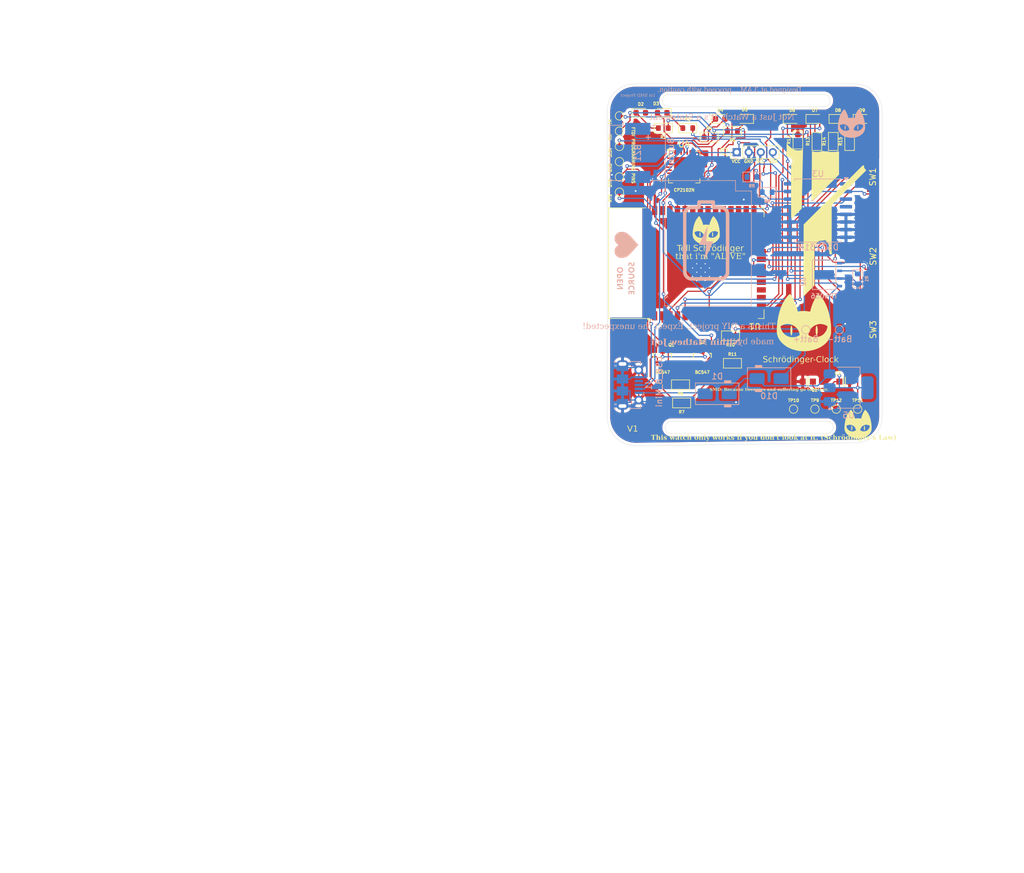
<source format=kicad_pcb>
(kicad_pcb (version 20241229) (generator "pcbnew") (generator_version "9.0")
  (layers (0 "F.Cu" signal) (2 "B.Cu" signal) (13 "F.Paste" user) (15 "B.Paste" user) (5 "F.SilkS" user "F.Silkscreen") (7 "B.SilkS" user "B.Silkscreen") (1 "F.Mask" user) (3 "B.Mask" user) (25 "Edge.Cuts" user))
  (net 0 "")
  (net 1 "Buzzer")
  (net 2 "GND")
  (net 3 "EN")
  (net 4 "Net-(D1-A)")
  (net 5 "VCC")
  (net 6 "Net-(D2-K)")
  (net 7 "Net-(D3-K)")
  (net 8 "Net-(D4-K)")
  (net 9 "Net-(D5-K)")
  (net 10 "I02")
  (net 11 "Net-(D6-K)")
  (net 12 "Led2")
  (net 13 "Net-(D7-K)")
  (net 14 "Led3")
  (net 15 "Net-(D8-K)")
  (net 16 "Batt-led")
  (net 17 "Net-(D9-K)")
  (net 18 "Batt-v-read")
  (net 20 "Data+")
  (net 21 "Data-")
  (net 22 "SDA")
  (net 23 "SCL")
  (net 24 "DTR")
  (net 25 "Net-(Q1-B)")
  (net 26 "Net-(Q2-B)")
  (net 27 "RTS")
  (net 28 "Net-(U2-PROG)")
  (net 29 "Net-(U2-~{CHRG})")
  (net 30 "Net-(U2-~{STDBY})")
  (net 31 "RXD")
  (net 32 "TXD")
  (net 33 "Batt-vol")
  (net 34 "Top-but")
  (net 35 "mid-but")
  (net 36 "bot-but")
  (net 57 "ALARM")
  (footprint "PCM_Resistor_SMD_AKL:R_0603_1608Metric" (layer "F.Cu") (at 131.255 71.628)
    (property "Reference" "R4")
    (property "Value" "1k" (hide yes))
  )
  (footprint "TestPoint:TestPoint_Pad_D1.0mm" (layer "F.Cu") (at 116.332 73.152 90)
    (property "Reference" "TP5" (hide yes))
    (property "Value" "3.3V")
  )
  (footprint "PCM_4ms_Package_SOT:SOT23-3_PO213" (layer "F.Cu") (at 130.114 108.2192)
    (property "Reference" "Q2")
    (property "Value" "BC547")
  )
  (footprint "PCM_4ms_Capacitor:C_0603" (layer "F.Cu") (at 153.758 112.268)
    (property "Reference" "C2")
    (property "Value" "C_0603" (hide yes))
  )
  (footprint "PCM_4ms_Package_SOT:SOT23-3_PO213" (layer "F.Cu") (at 123.51 108.2192)
    (property "Reference" "Q1")
    (property "Value" "BC547")
  )
  (footprint "TestPoint:TestPoint_Pad_D1.0mm" (layer "F.Cu") (at 116.332 80.772 90)
    (property "Reference" "TP8" (hide yes))
    (property "Value" "RTS")
  )
  (footprint "PCM_Resistor_SMD_AKL:R_0603_1608Metric" (layer "F.Cu") (at 135.128 109.22)
    (property "Reference" "R11")
    (property "Value" "1k" (hide yes))
  )
  (footprint "catlogo.preety:catlogo10x13" (layer "F.Cu") (at 130.7592 87.7824)
    (property "Reference" "L3" (hide yes))
    (property "Value" "LOGO" (hide yes))
  )
  (footprint "TestPoint:TestPoint_Pad_D1.0mm" (layer "F.Cu") (at 155.956 116.84)
    (property "Reference" "TP11")
    (property "Value" "push button test points" (hide yes))
  )
  (footprint "catlogo.preety:catlogo" (layer "F.Cu") (at 147.001161 103.769112)
    (property "Reference" "L4" (hide yes))
    (property "Value" "LOGO" (hide yes))
  )
  (footprint "catlogo.preety:catlogo10x13" (layer "F.Cu") (at 156.0068 119.9896)
    (property "Reference" "L1" (hide yes))
    (property "Value" "LOGO" (hide yes))
  )
  (footprint "PCM_4ms_Capacitor:C_0603" (layer "F.Cu") (at 147.662 112.268 180)
    (property "Reference" "C1")
    (property "Value" "C_0603" (hide yes))
  )
  (footprint "LED_SMD:LED_0603_1608Metric" (layer "F.Cu") (at 145.0595 68.58)
    (property "Reference" "D6")
    (property "Value" "LED" (hide yes))
  )
  (footprint "TestPoint:TestPoint_Pad_D1.0mm" (layer "F.Cu") (at 116.332 70.612 90)
    (property "Reference" "TP4" (hide yes))
    (property "Value" "RX")
  )
  (footprint "PCM_Resistor_SMD_AKL:R_0603_1608Metric" (layer "F.Cu") (at 127.699 70.104)
    (property "Reference" "R3")
    (property "Value" "1k" (hide yes))
  )
  (footprint "PCM_Resistor_SMD_AKL:R_0603_1608Metric" (layer "F.Cu") (at 126.492 112.776 180)
    (property "Reference" "R6")
    (property "Value" "10k" (hide yes))
  )
  (footprint "LED_SMD:LED_0603_1608Metric" (layer "F.Cu") (at 148.844 68.58)
    (property "Reference" "D7")
    (property "Value" "LED" (hide yes))
  )
  (footprint "Package_DFN_QFN:QFN-28-1EP_5x5mm_P0.5mm_EP3.35x3.35mm" (layer "F.Cu") (at 127.104 76.604)
    (property "Reference" "U4")
    (property "Value" "CP2102N")
  )
  (footprint "PCM_Resistor_SMD_AKL:R_0603_1608Metric" (layer "F.Cu") (at 151.892 72.327 90)
    (property "Reference" "R14")
    (property "Value" "1k" (hide yes))
  )
  (footprint "PCM_Resistor_SMD_AKL:R_0603_1608Metric" (layer "F.Cu") (at 126.683 115.824 180)
    (property "Reference" "R7")
    (property "Value" "10k" (hide yes))
  )
  (footprint "SKRKAEE010:SKRK" (layer "F.Cu") (at 158.496 103.632 -90)
    (property "Reference" "SW3")
    (property "Value" "SW_Push")
  )
  (footprint "RF_Module:ESP32-S3-WROOM-1" (layer "F.Cu") (at 127.434 92.57 90)
    (property "Reference" "U1")
    (property "Value" "ESP32-S3-WROOM-1")
  )
  (footprint "PCM_Resistor_SMD_AKL:R_0603_1608Metric" (layer "F.Cu") (at 135.128 70.612 180)
    (property "Reference" "R5")
    (property "Value" "1k" (hide yes))
  )
  (footprint "TestPoint:TestPoint_Pad_D1.0mm" (layer "F.Cu") (at 116.332 78.232 90)
    (property "Reference" "TP7" (hide yes))
    (property "Value" "DTR")
  )
  (footprint "TestPoint:TestPoint_Pad_D1.0mm" (layer "F.Cu") (at 145.288 116.84)
    (property "Reference" "TP10")
    (property "Value" "push button test points" (hide yes))
  )
  (footprint "Connector_PinHeader_2.00mm:PinHeader_1x04_P2.00mm_Vertical" (layer "F.Cu") (at 135.8364 74.1172 90)
    (property "Reference" "J3")
    (property "Value" "Conn_01x04_Pin")
  )
  (footprint "TestPoint:TestPoint_Pad_D1.0mm" (layer "F.Cu") (at 148.844 116.84)
    (property "Reference" "TP9")
    (property "Value" "push button test points" (hide yes))
  )
  (footprint "PCM_Resistor_SMD_AKL:R_0603_1608Metric" (layer "F.Cu") (at 154.612 72.327 90)
    (property "Reference" "R15")
    (property "Value" "1k" (hide yes))
  )
  (footprint "SKRKAEE010:SKRK" (layer "F.Cu") (at 158.496 91.508 -90)
    (property "Reference" "SW2")
    (property "Value" "SW_Push")
  )
  (footprint "LED_SMD:LED_0603_1608Metric" (layer "F.Cu") (at 156.6925 68.58)
    (property "Reference" "D9")
    (property "Value" "LED" (hide yes))
  )
  (footprint "PCM_Resistor_SMD_AKL:R_0603_1608Metric" (layer "F.Cu") (at 146.008 72.066 90)
    (property "Reference" "R12")
    (property "Value" "1k" (hide yes))
  )
  (footprint "LED_SMD:LED_0603_1608Metric" (layer "F.Cu") (at 133.096 68.58)
    (property "Reference" "D4")
    (property "Value" "LED" (hide yes))
  )
  (footprint "SKRKAEE010:SKRK" (layer "F.Cu") (at 158.496 78.232 90)
    (property "Reference" "SW1")
    (property "Value" "SW_Push")
  )
  (footprint "PCM_Resistor_SMD_AKL:R_0603_1608Metric" (layer "F.Cu") (at 134.811 104.648 180)
    (property "Reference" "R10")
    (property "Value" "1k" (hide yes))
  )
  (footprint "LED_SMD:LED_0603_1608Metric" (layer "F.Cu") (at 152.6795 68.58)
    (property "Reference" "D8")
    (property "Value" "LED" (hide yes))
  )
  (footprint "LED_SMD:LED_0603_1608Metric" (layer "F.Cu") (at 137.16 68.58 180)
    (property "Reference" "D5")
    (property "Value" "LED" (hide yes))
  )
  (footprint "TestPoint:TestPoint_Pad_D1.0mm" (layer "F.Cu") (at 152.4 116.84)
    (property "Reference" "TP12")
    (property "Value" "push button test points" (hide yes))
  )
  (footprint "PCM_Resistor_SMD_AKL:R_0603_1608Metric" (layer "F.Cu") (at 123.635 70.104)
    (property "Reference" "R2")
    (property "Value" "1k" (hide yes))
  )
  (footprint "LED_SMD:LED_0603_1608Metric" (layer "F.Cu") (at 119.888 67.564)
    (property "Reference" "D2")
    (property "Value" "LED" (hide yes))
  )
  (footprint "TestPoint:TestPoint_Pad_D1.0mm" (layer "F.Cu") (at 116.332 68.072 90)
    (property "Reference" "TP3" (hide yes))
    (property "Value" "TX")
  )
  (footprint "PCM_Resistor_SMD_AKL:R_0603_1608Metric" (layer "F.Cu") (at 149.172 72.327 90)
    (property "Reference" "R13")
    (property "Value" "1k" (hide yes))
  )
  (footprint "LED_SMD:LED_0603_1608Metric" (layer "F.Cu") (at 123.444 67.564 180)
    (property "Reference" "D3")
    (property "Value" "LED" (hide yes))
  )
  (footprint "TestPoint:TestPoint_Pad_D1.0mm" (layer "F.Cu") (at 116.332 75.692 90)
    (property "Reference" "TP6" (hide yes))
    (property "Value" "GND")
  )
  (footprint "catlogo.preety:battery" (layer "B.Cu") (at 130.695032 88.878859 90)
    (property "Reference" "L2" (hide yes))
    (property "Value" "LOGO" (hide yes))
  )
  (footprint "catlogo.preety:opensource" (layer "B.Cu") (at 117.299104 92.738223 -90)
    (property "Reference" "l6" (hide yes))
    (property "Value" "LOGO" (hide yes))
  )
  (footprint "Package_SO:SOIC-16W_7.5x10.3mm_P1.27mm" (layer "B.Cu") (at 149.352 83.82 180)
    (property "Reference" "U3")
    (property "Value" "DS3231M")
  )
  (footprint "PCM_Diode_SMD_AKL:D_SMA" (layer "B.Cu") (at 132.588 114.3 180)
    (property "Reference" "D1")
    (property "Value" "SS110" (hide yes))
  )
  (footprint "TP4056 (2):SOT23-8" (layer "B.Cu") (at 150.368 94.488 -90)
    (property "Reference" "U2")
    (property "Value" "TP4056")
  )
  (footprint "catlogo.preety:catlogo10x13" (layer "B.Cu") (at 154.94 70.0024 180)
    (property "Reference" "L1" (hide yes))
    (property "Value" "LOGO" (hide yes))
  )
  (footprint "PCM_Resistor_SMD_AKL:R_0603_1608Metric" (layer "B.Cu") (at 138.367 78.232)
    (property "Reference" "R9")
    (property "Value" "10k" (hide yes))
  )
  (footprint "PCM_Resistor_SMD_AKL:R_0603_1608Metric" (layer "B.Cu") (at 140.907 80.772)
    (property "Reference" "R8")
    (property "Value" "10k" (hide yes))
  )
  (footprint "TestPoint:TestPoint_Pad_D1.0mm" (layer "B.Cu") (at 152.908 103.632 180)
    (property "Reference" "TP2" (hide yes))
    (property "Value" "Batt-")
  )
  (footprint "PCM_Resistor_SMD_AKL:R_0603_1608Metric" (layer "B.Cu") (at 155.956 95.187 -90)
    (property "Reference" "R1")
    (property "Value" "1.2k" (hide yes))
  )
  (footprint "PCM_Diode_SMD_AKL:D_SMA" (layer "B.Cu") (at 141.224 111.76)
    (property "Reference" "D10")
    (property "Value" "SS110" (hide yes))
  )
  (footprint "Buzzer_Beeper:Buzzer_CUI_CPT-9019S-SMT" (layer "B.Cu") (at 119.38 74.232 -90)
    (property "Reference" "BZ1")
    (property "Value" "Buzzer")
  )
  (footprint "Package_TO_SOT_SMD:SOT-223-3_TabPin2" (layer "B.Cu") (at 154.432 113.284)
    (property "Reference" "U5")
    (property "Value" "AMS1117-3.3")
  )
  (footprint "TestPoint:TestPoint_Pad_D1.0mm" (layer "B.Cu") (at 147.32 103.632 180)
    (property "Reference" "TP1" (hide yes))
    (property "Value" "Batt+")
  )
  (footprint "Connector_USB:USB_Micro-B_Molex-105017-0001" (layer "B.Cu") (at 118.0775 112.832 90)
    (property "Reference" "J1")
    (property "Value" "USB_B_Mini")
  )
  (gr_poly (pts (xy 148.3868 74.0156) (xy 148.4884 74.0156) (xy 148.7932 74.1172) (xy 149.5044 74.1172) (xy 150.0124 74.0156) (xy 150.1648 73.9648) (xy 150.2664 73.9648) (xy 150.368 74.0156) (xy 150.4696 74.0156) (xy 150.7744 74.0156) (xy 150.9268 74.0156) (xy 150.9776 74.0156) (xy 151.0792 74.0664) (xy 151.3332 74.1172) (xy 152.2984 74.1172) (xy 152.5524 74.0664) (xy 152.6032 74.0664) (xy 152.7556 74.0156) (xy 152.8064 74.1172) (xy 152.8064 77.8256) (xy 148.4376 82.1436) (xy 148.336 82.042)) (stroke (width 0.1)) (fill yes) (layer "F.SilkS"))
  (gr_poly (pts (xy 146.6088 83.4644) (xy 145.034 85.0392) (xy 144.9324 84.9376) (xy 144.9324 76.2) (xy 144.9832 76.1492) (xy 145.034 76.0476) (xy 145.1356 75.7936) (xy 145.1356 75.5396) (xy 145.0848 75.2856) (xy 144.9324 75.0824) (xy 144.7292 74.93) (xy 144.4752 74.8284) (xy 144.2212 74.7776) (xy 144.1704 72.7964) (xy 145.0848 73.6092) (xy 145.3896 73.7616) (xy 145.8976 73.8632) (xy 146.4056 73.8632) (xy 146.7612 73.7616) (xy 146.812 73.66)) (stroke (width 0.1)) (fill yes) (layer "F.SilkS"))
  (gr_poly (pts (xy 147.0152 97.967544) (xy 148.712444 96.266) (xy 148.712444 89.6112) (xy 149.4536 88.8492) (xy 150.622 88.6968) (xy 151.1808 89.408) (xy 151.2824 90.8812) (xy 151.3332 90.9828) (xy 151.4348 91.0844) (xy 151.4856 91.0844) (xy 151.5872 91.0336) (xy 151.5872 90.9828) (xy 151.638 90.932) (xy 151.638 90.8812) (xy 151.5872 90.8304) (xy 151.5872 83.2612) (xy 151.638 82.804) (xy 157.2768 77.1652) (xy 157.2768 77.0636) (xy 157.1244 76.9112) (xy 157.0228 76.7588) (xy 156.972 76.6064) (xy 156.972 76.4032) (xy 156.9212 76.3524) (xy 156.8196 76.3524) (xy 147.0152 86.1568) (xy 147.0152 97.9932)) (stroke (width 0.1)) (fill yes) (layer "F.SilkS"))
  (gr_line (start 138.2776 99.6696) (end 123.8504 99.6696) (stroke (width 0.1)) (layer "B.SilkS"))
  (gr_line (start 123.98 78.832) (end 135.636 78.832) (stroke (width 0.1)) (layer "B.SilkS"))
  (gr_line (start 123.8504 99.6696) (end 123.98 78.832) (stroke (width 0.1)) (layer "B.SilkS"))
  (gr_line (start 135.636 80.5688) (end 138.2776 80.5688) (stroke (width 0.1)) (layer "B.SilkS"))
  (gr_line (start 138.2776 80.5688) (end 138.2776 99.6696) (stroke (width 0.1)) (layer "B.SilkS"))
  (gr_line (start 135.636 78.832) (end 135.636 80.5688) (stroke (width 0.1)) (layer "B.SilkS"))
  (gr_line (start 124.46 66.548) (end 150.368 66.548) (stroke (width 0.05)) (layer "Edge.Cuts"))
  (gr_arc (start 124.968 120.90398) (mid 124.249587 120.606399) (end 123.952 119.88798) (stroke (width 0.05)) (layer "Edge.Cuts"))
  (gr_line (start 124.968 120.90398) (end 150.876 120.90398) (stroke (width 0.05)) (layer "Edge.Cuts"))
  (gr_arc (start 150.368 64.516) (mid 151.08642 64.81358) (end 151.384 65.532) (stroke (width 0.05)) (layer "Edge.Cuts"))
  (gr_line (start 118.872 62.738) (end 155.448 62.738) (stroke (width 0.05)) (layer "Edge.Cuts"))
  (gr_arc (start 150.876 118.87198) (mid 151.594428 119.169558) (end 151.892 119.88798) (stroke (width 0.05)) (layer "Edge.Cuts"))
  (gr_line (start 160.02 67.31) (end 160.019999 118.11) (stroke (width 0.05)) (layer "Edge.Cuts"))
  (gr_arc (start 123.952 119.88798) (mid 124.249587 119.169572) (end 124.968 118.87198) (stroke (width 0.05)) (layer "Edge.Cuts"))
  (gr_line (start 114.3 67.31) (end 114.3 118.109991) (stroke (width 0.05)) (layer "Edge.Cuts"))
  (gr_line (start 124.46 64.516) (end 150.368 64.516) (stroke (width 0.05)) (layer "Edge.Cuts"))
  (gr_arc (start 114.3 67.31) (mid 115.639108 64.077108) (end 118.872 62.738) (stroke (width 0.05)) (layer "Edge.Cuts"))
  (gr_line (start 119.0569 122.936502) (end 155.771108 122.42856) (stroke (width 0.05)) (layer "Edge.Cuts"))
  (gr_line (start 124.968 118.87198) (end 150.876 118.87198) (stroke (width 0.05)) (layer "Edge.Cuts"))
  (gr_arc (start 124.46 66.548) (mid 123.74158 66.25042) (end 123.444 65.532) (stroke (width 0.05)) (layer "Edge.Cuts"))
  (gr_arc (start 119.056892 122.936502) (mid 115.668564 121.518568) (end 114.3 118.11) (stroke (width 0.05)) (layer "Edge.Cuts"))
  (gr_arc (start 160.02 118.11) (mid 158.800258 121.15939) (end 155.771108 122.428562) (stroke (width 0.05)) (layer "Edge.Cuts"))
  (gr_arc (start 151.384 65.532) (mid 151.08642 66.25042) (end 150.368 66.548) (stroke (width 0.05)) (layer "Edge.Cuts"))
  (gr_arc (start 123.444 65.532) (mid 123.74158 64.81358) (end 124.46 64.516) (stroke (width 0.05)) (layer "Edge.Cuts"))
  (gr_arc (start 155.448 62.738) (mid 158.680892 64.077108) (end 160.02 67.31) (stroke (width 0.05)) (layer "Edge.Cuts"))
  (gr_arc (start 151.892 119.88798) (mid 151.594428 120.606413) (end 150.876 120.90398) (stroke (width 0.05)) (layer "Edge.Cuts"))
  (gr_text "FTDI PROGRAMMING PINS" (at 118.618 74.6252 270) (layer "F.SilkS") (effects (font (size 0.5 0.5) (thickness 0.125))))
  (gr_text "V1" (at 117.602 120.7516 0) (layer "F.SilkS") (effects (font (size 1 1) (thickness 0.1)) (justify left bottom)))
  (gr_text "This watch only works if you don't look at it. (Schrödinger's Law)" (at 121.5644 122.0724 0) (layer "F.SilkS") (effects (font (size 0.8 0.8) (thickness 0.125) (bold yes)) (justify left bottom)))
  (gr_text "that i'm {dblquote}ALIVE{dblquote}" (at 125.6284 92.0496 0) (layer "F.SilkS") (effects (font (size 1 1) (thickness 0.1)) (justify left bottom)))
  (gr_text "SMD: Because tweezers and suffering go together." (at 131.318 113.8936 0) (layer "F.SilkS") (effects (font (size 0.5 0.5) (thickness 0.125) (bold yes)) (justify left bottom)))
  (gr_text "Schrödinger-Clock" (at 140.1572 109.22 0) (layer "F.SilkS") (effects (font (size 1 1) (thickness 0.1)) (justify left bottom)))
  (gr_text "SCL" (at 139.8016 75.6412 0) (layer "F.SilkS") (effects (font (size 0.5 0.5) (thickness 0.125))))
  (gr_text "SDA" (at 141.9352 75.6412 0) (layer "F.SilkS") (effects (font (size 0.5 0.5) (thickness 0.125))))
  (gr_text "VCC" (at 135.7376 75.6412 0) (layer "F.SilkS") (effects (font (size 0.5 0.5) (thickness 0.125))))
  (gr_text "Tell Schrödinger" (at 125.8824 90.7288 0) (layer "F.SilkS") (effects (font (size 1 1) (thickness 0.1)) (justify left bottom)))
  (gr_text "GND" (at 137.8204 75.6412 0) (layer "F.SilkS") (effects (font (size 0.5 0.5) (thickness 0.125))))
  (gr_text "1st SMD Project" (at 122.3264 64.9732 0) (layer "B.SilkS") (effects (font (size 0.5 0.5) (thickness 0.1)) (justify left bottom mirror)))
  (gr_text "Not Just a Watch, It's a Statement" (at 145.4404 68.8848 0) (layer "B.SilkS") (effects (font (size 1 1) (thickness 0.1)) (justify left bottom mirror)))
  (gr_text "made by:" (at 142.0368 106.2228 0) (layer "B.SilkS") (effects (font (size 1 1) (thickness 0.1)) (justify left bottom mirror)))
  (gr_text "+" (at 120.396 72.136 0) (layer "B.SilkS") (effects (font (size 1 1)) (justify left bottom)))
  (gr_text "Nithin Mathew Joji" (at 136.4488 106.3244 0) (layer "B.SilkS") (effects (font (size 1 1) (thickness 0.2) (bold yes)) (justify left bottom mirror)))
  (gr_text "This is a DIY project. Expect the unexpected!" (at 142.2908 103.6828 0) (layer "B.SilkS") (effects (font (size 1 1) (thickness 0.1)) (justify left bottom mirror)))
  (gr_text "Designed at 3 AM… proceed with caution." (at 146.6088 64.2112 0) (layer "B.SilkS") (effects (font (size 0.8 0.8) (thickness 0.1)) (justify left bottom mirror)))
  (segment (start 142.386 94.9406) (end 142.113 95.2136) (width 0.2) (layer "F.Cu") (net 1))
  (segment (start 140.4112 76.6572) (end 140.3096 76.7588) (width 0.2) (layer "F.Cu") (net 1))
  (segment (start 131.261 100.071) (end 131.261 97.326) (width 0.2) (layer "F.Cu") (net 1))
  (segment (start 131.064 100.268) (end 131.261 100.071) (width 0.2) (layer "F.Cu") (net 1))
  (segment (start 140.4112 75.513959) (end 140.4112 76.6572) (width 0.2) (layer "F.Cu") (net 1))
  (segment (start 142.24 77.5716) (end 142.386 77.7176) (width 0.2) (layer "F.Cu") (net 1))
  (segment (start 131.064 101.32) (end 131.064 100.268) (width 0.2) (layer "F.Cu") (net 1))
  (segment (start 140.3096 77.6824) (end 140.268 77.724) (width 0.2) (layer "F.Cu") (net 1))
  (segment (start 140.403242 75.506001) (end 140.4112 75.513959) (width 0.2) (layer "F.Cu") (net 1))
  (segment (start 140.3096 76.7588) (end 140.3096 77.6824) (width 0.2) (layer "F.Cu") (net 1))
  (segment (start 142.386 77.7176) (end 142.386 94.9406) (width 0.2) (layer "F.Cu") (net 1))
  (via (at 131.261 97.326) (size 0.6) (drill 0.3) (layers "F.Cu" "B.Cu") (net 1))
  (via (at 142.24 77.5716) (size 0.6) (drill 0.3) (layers "F.Cu" "B.Cu") (net 1))
  (via (at 142.113 95.2136) (size 0.6) (drill 0.3) (layers "F.Cu" "B.Cu") (net 1))
  (via (at 140.403242 75.506001) (size 0.6) (drill 0.3) (layers "F.Cu" "B.Cu") (net 1))
  (via (at 140.268 77.724) (size 0.6) (drill 0.3) (layers "F.Cu" "B.Cu") (net 1))
  (segment (start 140.403242 75.506001) (end 140.436841 75.5396) (width 0.2) (layer "B.Cu") (net 1))
  (segment (start 140.268 77.724) (end 140.97 77.724) (width 0.2) (layer "B.Cu") (net 1))
  (segment (start 140.97 77.724) (end 141.1224 77.5716) (width 0.2) (layer "B.Cu") (net 1))
  (segment (start 139.734 72.2716) (end 139.734 71.9395) (width 0.2) (layer "B.Cu") (net 1))
  (segment (start 140.716 75.5396) (end 140.8604 75.3952) (width 0.2) (layer "B.Cu") (net 1))
  (segment (start 141.1224 77.5716) (end 142.24 77.5716) (width 0.2) (layer "B.Cu") (net 1))
  (segment (start 128.468 71.8223) (end 119.161 71.8223) (width 0.2) (layer "B.Cu") (net 1))
  (segment (start 133.374 95.2136) (end 142.113 95.2136) (width 0.2) (layer "B.Cu") (net 1))
  (segment (start 118.872 70.8828) (end 118.872 70.232) (width 0.2) (layer "B.Cu") (net 1))
  (segment (start 131.261 97.326) (end 133.374 95.2136) (width 0.2) (layer "B.Cu") (net 1))
  (segment (start 140.436841 75.5396) (end 140.716 75.5396) (width 0.2) (layer "B.Cu") (net 1))
  (segment (start 139.734 71.9395) (end 128.585 71.9395) (width 0.2) (layer "B.Cu") (net 1))
  (segment (start 118.872 71.5337) (end 118.872 70.8828) (width 0.2) (layer "B.Cu") (net 1))
  (segment (start 140.8604 73.398) (end 139.734 72.2716) (width 0.2) (layer "B.Cu") (net 1))
  (segment (start 118.872 70.8828) (end 119.38 70.3748) (width 0.2) (layer "B.Cu") (net 1))
  (segment (start 119.38 70.3748) (end 119.38 70.232) (width 0.2) (layer "B.Cu") (net 1))
  (segment (start 140.8604 75.3952) (end 140.8604 73.398) (width 0.2) (layer "B.Cu") (net 1))
  (segment (start 128.585 71.9395) (end 128.468 71.8223) (width 0.2) (layer "B.Cu") (net 1))
  (segment (start 119.161 71.8223) (end 118.872 71.5337) (width 0.2) (layer "B.Cu") (net 1))
  (segment (start 149.172 71.502) (end 151.892 71.502) (width 0.2) (layer "F.Cu") (net 2))
  (segment (start 146.939 71.2841) (end 146.939 83.1826) (width 0.2) (layer "F.Cu") (net 2))
  (segment (start 130.594 94.07) (end 130.594 92.67) (width 0.2) (layer "F.Cu") (net 2))
  (segment (start 146.896 68.4591) (end 146.896 71.241) (width 0.2) (layer "F.Cu") (net 2))
  (segment (start 135.953 109.22) (end 135.726 109.448) (width 0.2) (layer "F.Cu") (net 2))
  (segment (start 146.896 71.241) (end 146.939 71.2841) (width 0.2) (layer "F.Cu") (net 2))
  (segment (start 146.008 71.241) (end 146.896 71.241) (width 0.2) (layer "F.Cu") (net 2))
  (segment (start 147.573 67.782) (end 146.896 68.4591) (width 0.2) (layer "F.Cu") (net 2))
  (segment (start 151.555 117.685) (end 152.4 116.84) (width 0.2) (layer "F.Cu") (net 2))
  (segment (start 146.179 115.949) (end 146.812 115.949) (width 0.2) (layer "F.Cu") (net 2))
  (segment (start 149.172 71.502) (end 148.844 71.174) (width 0.2) (layer "F.Cu") (net 2))
  (segment (start 129.194 95.47) (end 129.194 94.07) (width 0.2) (layer "F.Cu") (net 2))
  (segment (start 152.4 116.84) (end 152.4 115.979) (width 0.2) (layer "F.Cu") (net 2))
  (segment (start 128.494 93.7145) (end 128.494 93.37) (width 0.2) (layer "F.Cu") (net 2))
  (segment (start 152.4 115.979) (end 152.795 115.584) (width 0.2) (layer "F.Cu") (net 2))
  (segment (start 149.21 67.7867) (end 153.902 67.7867) (width 0.2) (layer "F.Cu") (net 2))
  (segment (start 129.894 94.77) (end 129.894 94.07) (width 0.2) (layer "F.Cu") (net 2))
  (segment (start 154.608 112.268) (end 154.608 103.384) (width 0.2) (layer "F.Cu") (net 2))
  (segment (start 126.604 76.104) (end 124.654 76.104) (width 0.2) (layer "F.Cu") (net 2))
  (segment (start 154.612 68.497) (end 154.612 71.502) (width 0.2) (layer "F.Cu") (net 2))
  (segment (start 152.795 115.584) (end 154.608 113.771) (width 0.2) (layer "F.Cu") (net 2))
  (segment (start 148.844 68.153) (end 149.21 67.7867) (width 0.2) (layer "F.Cu") (net 2))
  (segment (start 153.902 67.7867) (end 154.612 68.497) (width 0.2) (layer "F.Cu") (net 2))
  (segment (start 135.726 109.448) (end 135.726 115.708) (width 0.2) (layer "F.Cu") (net 2))
  (segment (start 154.608 103.384) (end 153.882 102.658) (width 0.2) (layer "F.Cu") (net 2))
  (segment (start 146.812 112.268) (end 146.812 115.949) (width 0.2) (layer "F.Cu") (net 2))
  (segment (start 129.194 94.07) (end 129.194 92.67) (width 0.2) (layer "F.Cu") (net 2))
  (segment (start 119.54 115.332) (end 119.54 110.332) (width 0.2) (layer "F.Cu") (net 2))
  (segment (start 148.844 71.174) (end 148.844 68.153) (width 0.2) (layer "F.Cu") (net 2))
  (segment (start 148.473 67.782) (end 147.573 67.782) (width 0.2) (layer "F.Cu") (net 2))
  (segment (start 115.071 77.8739) (end 115.071 76.953) (width 0.2) (layer "F.Cu") (net 2))
  (segment (start 122.174 101.32) (end 122.174 100.034) (width 0.2) (layer "F.Cu") (net 2))
  (segment (start 128.494 93.37) (end 128.494 91.1258) (width 0.2) (layer "F.Cu") (net 2))
  (segment (start 115.071 76.953) (end 116.332 75.692) (width 0.2) (layer "F.Cu") (net 2))
  (segment (start 127.104 76.604) (end 126.604 76.104) (width 0.2) (layer "F.Cu") (net 2))
  (segment (start 122.174 100.034) (end 128.494 93.7145) (width 0.2) (layer "F.Cu") (net 2))
  (segment (start 148.844 68.153) (end 148.473 67.782) (width 0.2) (layer "F.Cu") (net 2))
  (segment (start 128.494 91.1258) (end 122.24 84.8717) (width 0.2) (layer "F.Cu") (net 2))
  (segment (start 145.288 116.84) (end 146.179 115.949) (width 0.2) (layer "F.Cu") (net 2))
  (segment (start 129.894 94.07) (end 129.894 93.37) (width 0.2) (layer "F.Cu") (net 2))
  (segment (start 122.24 84.8717) (end 122.174 84.8717) (width 0.2) (layer "F.Cu") (net 2))
  (segment (start 129.238 74.4703) (end 127.104 76.604) (width 0.2) (layer "F.Cu") (net 2))
  (segment (start 122.174 84.8717) (end 122.174 83.82) (width 0.2) (layer "F.Cu") (net 2))
  (segment (start 148.548 117.685) (end 151.555 117.685) (width 0.2) (layer "F.Cu") (net 2))
  (segment (start 146.812 115.949) (end 148.548 117.685) (width 0.2) (layer "F.Cu") (net 2))
  (segment (start 154.608 113.771) (end 154.608 112.268) (width 0.2) (layer "F.Cu") (net 2))
  (via (at 119.0244 80.5688) (size 0.6) (drill 0.3) (layers "F.Cu" "B.Cu") (net 2))
  (via (at 146.939 83.1826) (size 0.6) (drill 0.3) (layers "F.Cu" "B.Cu") (net 2))
  (via (at 135.726 115.708) (size 0.6) (drill 0.3) (layers "F.Cu" "B.Cu") (net 2))
  (via (at 152.795 115.584) (size 0.6) (drill 0.3) (layers "F.Cu" "B.Cu") (net 2))
  (via (at 115.071 77.8739) (size 0.6) (drill 0.3) (layers "F.Cu" "B.Cu") (net 2))
  (via (at 153.882 102.658) (size 0.6) (drill 0.3) (layers "F.Cu" "B.Cu") (net 2))
  (via (at 129.238 74.4703) (size 0.6) (drill 0.3) (layers "F.Cu" "B.Cu") (net 2))
  (via (at 137.0076 81.9912) (size 0.6) (drill 0.3) (layers "F.Cu" "B.Cu") (net 2))
  (segment (start 155.067 95.123) (end 155.956 96.012) (width 0.2) (layer "B.Cu") (net 2))
  (segment (start 119.662 110.332) (end 120.517 111.186) (width 0.2) (layer "B.Cu") (net 2))
  (segment (start 154.169 92.4697) (end 154.169 88.4321) (width 0.2) (layer "B.Cu") (net 2))
  (segment (start 157.221 92.4697) (end 157.623 92.8719) (width 0.2) (layer "B.Cu") (net 2))
  (segment (start 153.882 102.658) (end 155.956 100.584) (width 0.2) (layer "B.Cu") (net 2))
  (segment (start 129.894 94.07) (end 130.594 94.07) (width 0.2) (layer "B.Cu") (net 2))
  (segment (start 121.847 78.8055) (end 123.578 78.8055) (width 0.2) (layer "B.Cu") (net 2))
  (segment (start 118.392 111.532) (end 119.54 111.532) (width 0.2) (layer "B.Cu") (net 2))
  (segment (start 141.074 82.8264) (end 141.432 83.185) (width 0.2) (layer "B.Cu") (net 2))
  (segment (start 144.702 84.455) (end 144.702 83.185) (width 0.2) (layer "B.Cu") (net 2))
  (segment (start 119.54 115.332) (end 118.092 115.332) (width 0.2) (layer "B.Cu") (net 2))
  (segment (start 154.169 88.4321) (end 154.002 88.265) (width 0.2) (layer "B.Cu") (net 2))
  (segment (start 153.667 92.583) (end 153.78 92.4697) (width 0.2) (layer "B.Cu") (net 2))
  (segment (start 135.726 115.708) (end 135.726 115.584) (width 0.2) (layer "B.Cu") (net 2))
  (segment (start 138.668 74.168) (end 137.8872 74.168) (width 0.2) (layer "B.Cu") (net 2))
  (segment (start 123.578 78.8055) (end 123.95 78.4338) (width 0.2) (layer "B.Cu") (net 2))
  (segment (start 144.702 86.995) (end 144.702 88.265) (width 0.2) (layer "B.Cu") (net 2))
  (segment (start 129.194 94.07) (end 129.894 94.07) (width 0.2) (layer "B.Cu") (net 2))
  (segment (start 135.814 77.7487) (end 140.892 82.8264) (width 0.2) (layer "B.Cu") (net 2))
  (segment (start 123.95 78.4337) (end 135.129 78.4337) (width 0.2) (layer "B.Cu") (net 2))
  (segment (start 135.814 77.7487) (end 135.814 75.6572) (width 0.2) (layer "B.Cu") (net 2))
  (segment (start 152.229 95.123) (end 151.717 94.6113) (width 0.2) (layer "B.Cu") (net 2))
  (segment (start 129.894 93.37) (end 131.294 93.37) (width 0.2) (layer "B.Cu") (net 2))
  (segment (start 137.906 75.6572) (end 135.814 75.6572) (width 0.2) (layer "B.Cu") (net 2))
  (segment (start 157.623 92.8719) (end 157.623 94.345) (width 0.2) (layer "B.Cu") (net 2))
  (segment (start 135.785 75.6282) (end 130.396 75.6282) (width 0.2) (layer "B.Cu") (net 2))
  (segment (start 119.54 110.332) (end 119.662 110.332) (width 0.2) (layer "B.Cu") (net 2))
  (segment (start 135.129 78.4337) (end 135.814 77.7487) (width 0.2) (layer "B.Cu") (net 2))
  (segment (start 121.274 78.232) (end 121.847 78.8055) (width 0.2) (layer "B.Cu") (net 2))
  (segment (start 118.092 111.832) (end 118.392 111.532) (width 0.2) (layer "B.Cu") (net 2))
  (segment (start 153.78 92.4697) (end 154.169 92.4697) (width 0.2) (layer "B.Cu") (net 2))
  (segment (start 138.668 74.8947) (end 137.906 75.6572) (width 0.2) (layer "B.Cu") (net 2))
  (segment (start 129.894 94.77) (end 129.894 94.07) (width 0.2) (layer "B.Cu") (net 2))
  (segment (start 135.726 115.584) (end 119.792 115.584) (width 0.2) (layer "B.Cu") (net 2))
  (segment (start 120.517 111.532) (end 119.54 111.532) (width 0.2) (layer "B.Cu") (net 2))
  (segment (start 137.8872 74.168) (end 137.8364 74.1172) (width 0.2) (layer "B.Cu") (net 2))
  (segment (start 146.937 83.185) (end 146.939 83.1826) (width 0.2) (layer "B.Cu") (net 2))
  (segment (start 152.948 92.583) (end 153.667 92.583) (width 0.2) (layer "B.Cu") (net 2))
  (segment (start 138.668 74.168) (end 138.668 74.8947) (width 0.2) (layer "B.Cu") (net 2))
  (segment (start 128.494 93.37) (end 129.894 93.37) (width 0.2) (layer "B.Cu") (net 2))
  (segment (start 116.84 109.932) (end 119.14 109.932) (width 0.2) (layer "B.Cu") (net 2))
  (segment (start 131.294 94.77) (end 129.894 94.77) (width 0.2) (layer "B.Cu") (net 2))
  (segment (start 115.071 77.8739) (end 115.429 78.232) (width 0.2) (layer "B.Cu") (net 2))
  (segment (start 154.002 86.995) (end 154.002 85.725) (width 0.2) (layer "B.Cu") (net 2))
  (segment (start 119.14 109.932) (end 119.54 110.332) (width 0.2) (layer "B.Cu") (net 2))
  (segment (start 119.38 78.232) (end 121.274 78.232) (width 0.2) (layer "B.Cu") (net 2))
  (segment (start 152.795 115.584) (end 151.282 115.584) (width 0.2) (layer "B.Cu") (net 2))
  (segment (start 157.623 94.345) (end 155.956 96.012) (width 0.2) (layer "B.Cu") (net 2))
  (segment (start 154.002 85.725) (end 154.002 84.455) (width 0.2) (layer "B.Cu") (net 2))
  (segment (start 144.702 83.185) (end 146.937 83.185) (width 0.2) (layer "B.Cu") (net 2))
  (segment (start 154.002 88.265) (end 154.002 86.995) (width 0.2) (layer "B.Cu") (net 2))
  (segment (start 116.84 111.832) (end 118.092 111.832) (width 0.2) (layer "B.Cu") (net 2))
  (segment (start 119.792 115.584) (end 119.54 115.332) (width 0.2) (layer "B.Cu") (net 2))
  (segment (start 116.84 113.832) (end 118.092 113.832) (width 0.2) (layer "B.Cu") (net 2))
  (segment (start 151.282 115.584) (end 135.726 115.584) (width 0.2) (layer "B.Cu") (net 2))
  (segment (start 144.702 85.725) (end 154.002 85.725) (width 0.2) (layer "B.Cu") (net 2))
  (segment (start 120.517 111.186) (end 120.517 111.532) (width 0.2) (layer "B.Cu") (net 2))
  (segment (start 144.702 84.455) (end 144.702 85.725) (width 0.2) (layer "B.Cu") (net 2))
  (segment (start 118.092 115.332) (end 118.092 115.732) (width 0.2) (layer "B.Cu") (net 2))
  (segment (start 130.594 95.47) (end 129.194 95.47) (width 0.2) (layer "B.Cu") (net 2))
  (segment (start 144.702 85.725) (end 144.702 86.995) (width 0.2) (layer "B.Cu") (net 2))
  (segment (start 152.948 95.123) (end 152.229 95.123) (width 0.2) (layer "B.Cu") (net 2))
  (segment (start 130.396 75.6282) (end 129.238 74.4703) (width 0.2) (layer "B.Cu") (net 2))
  (segment (start 155.956 100.584) (end 155.956 96.012) (width 0.2) (layer "B.Cu") (net 2))
  (segment (start 141.432 83.185) (end 144.702 83.185) (width 0.2) (layer "B.Cu") (net 2))
  (segment (start 118.092 113.832) (end 118.092 115.332) (width 0.2) (layer "B.Cu") (net 2))
  (segment (start 115.429 78.232) (end 119.38 78.232) (width 0.2) (layer "B.Cu") (net 2))
  (segment (start 152.908 103.632) (end 153.882 102.658) (width 0.2) (layer "B.Cu") (net 2))
  (segment (start 116.84 109.332) (end 116.84 109.932) (width 0.2) (layer "B.Cu") (net 2))
  (segment (start 140.892 82.8264) (end 141.074 82.8264) (width 0.2) (layer "B.Cu") (net 2))
  (segment (start 151.717 94.6113) (end 131.453 94.6113) (width 0.2) (layer "B.Cu") (net 2))
  (segment (start 123.95 78.4338) (end 123.95 78.4337) (width 0.2) (layer "B.Cu") (net 2))
  (segment (start 154.169 92.4697) (end 157.221 92.4697) (width 0.2) (layer "B.Cu") (net 2))
  (segment (start 152.948 95.123) (end 155.067 95.123) (width 0.2) (layer "B.Cu") (net 2))
  (segment (start 131.453 94.6113) (end 131.294 94.77) (width 0.2) (layer "B.Cu") (net 2))
  (segment (start 135.814 75.6572) (end 135.785 75.6282) (width 0.2) (layer "B.Cu") (net 2))
  (segment (start 116.84 115.732) (end 116.84 116.332) (width 0.2) (layer "B.Cu") (net 2))
  (segment (start 128.494 94.77) (end 129.894 94.77) (width 0.2) (layer "B.Cu") (net 2))
  (segment (start 118.092 115.732) (end 116.84 115.732) (width 0.2) (layer "B.Cu") (net 2))
  (segment (start 148.844 113.402) (end 150.973 113.402) (width 0.2) (layer "F.Cu") (net 3))
  (segment (start 149.827 89.359) (end 149.475 89.7116) (width 0.2) (layer "F.Cu") (net 3))
  (segment (start 131.57 96.7243) (end 131.012 96.7243) (width 0.2) (layer "F.Cu") (net 3))
  (segment (start 150.326 89.359) (end 149.827 89.359) (width 0.2) (layer "F.Cu") (net 3))
  (segment (start 158.496 101.532) (end 158.496 100.83) (width 0.2) (layer "F.Cu") (net 3))
  (segment (start 156.389 92.2166) (end 158.496 90.1097) (width 0.2) (layer "F.Cu") (net 3))
  (segment (start 124.714 100.259) (end 124.714 101.32) (width 0.2) (layer "F.Cu") (net 3))
  (segment (start 138.684 83.82) (end 138.684 89.6102) (width 0.2) (layer "F.Cu") (net 3))
  (segment (start 138.8131 73.3929) (end 138.8131 76.4199) (width 0.2) (layer "F.Cu") (net 3))
  (segment (start 124.714 102.523) (end 124.714 102.372) (width 0.2) (layer "F.Cu") (net 3))
  (segment (start 138.684 76.549) (end 138.684 77.1874) (width 0.2) (layer "F.Cu") (net 3))
  (segment (start 149.475 89.7116) (end 149.475 96.1333) (width 0.2) (layer "F.Cu") (net 3))
  (segment (start 148.512 113.07) (end 148.512 112.268) (width 0.2) (layer "F.Cu") (net 3))
  (segment (start 129.412 107.221) (end 124.714 102.523) (width 0.2) (layer "F.Cu") (net 3))
  (segment (start 137.9597 72.5395) (end 138.8131 73.3929) (width 0.2) (layer "F.Cu") (net 3))
  (segment (start 158.496 100.83) (end 156.389 98.7234) (width 0.2) (layer "F.Cu") (net 3))
  (segment (start 123.444 102.372) (end 124.714 102.372) (width 0.2) (layer "F.Cu") (net 3))
  (segment (start 138.684 77.1874) (end 139.056 77.1874) (width 0.2) (layer "F.Cu") (net 3))
  (segment (start 156.389 98.7234) (end 156.389 92.4405) (width 0.2) (layer "F.Cu") (net 3))
  (segment (start 138.684 83.82) (end 138.684 77.1874) (width 0.2) (layer "F.Cu") (net 3))
  (segment (start 130.567 108.025) (end 130.567 108.138) (width 0.2) (layer "F.Cu") (net 3))
  (segment (start 127.725 97.248) (end 124.714 100.259) (width 0.2) (layer "F.Cu") (net 3))
  (segment (start 158.496 90.1097) (end 158.496 89.408) (width 0.2) (layer "F.Cu") (net 3))
  (segment (start 136.1948 72.5395) (end 137.9597 72.5395) (width 0.2) (layer "F.Cu") (net 3))
  (segment (start 138.8131 76.4199) (end 138.684 76.549) (width 0.2) (layer "F.Cu") (net 3))
  (segment (start 150.678 91.1613) (end 150.678 89.7115) (width 0.2) (layer "F.Cu") (net 3))
  (segment (start 148.844 113.402) (end 148.512 113.07) (width 0.2) (layer "F.Cu") (net 3))
  (segment (start 130.488 97.2479) (end 130.488 97.248) (width 0.2) (layer "F.Cu") (net 3))
  (segment (start 155.956 116.84) (end 155.956 113.284) (width 0.2) (layer "F.Cu") (net 3))
  (segment (start 138.684 89.6102) (end 131.57 96.7243) (width 0.2) (layer "F.Cu") (net 3))
  (segment (start 158.496 80.332) (end 158.496 81.0538) (width 0.2) (layer "F.Cu") (net 3))
  (segment (start 116.332 73.152) (end 116.332 72.1492) (width 0.2) (layer "F.Cu") (net 3))
  (segment (start 152.908 111.262) (end 152.908 112.268) (width 0.2) (layer "F.Cu") (net 3))
  (segment (start 156.389 92.4405) (end 151.957 92.4405) (width 0.2) (layer "F.Cu") (net 3))
  (segment (start 129.763 107.221) (end 129.412 107.221) (width 0.2) (layer "F.Cu") (net 3))
  (segment (start 148.844 116.84) (end 148.844 113.402) (width 0.2) (layer "F.Cu") (net 3))
  (segment (start 151.957 92.4405) (end 150.678 91.1613) (width 0.2) (layer "F.Cu") (net 3))
  (segment (start 123.51 107.221) (end 123.51 108.138) (width 0.2) (layer "F.Cu") (net 3))
  (segment (start 150.973 113.402) (end 152.106 112.268) (width 0.2) (layer "F.Cu") (net 3))
  (segment (start 158.496 81.0538) (end 157.096 81.0538) (width 0.2) (layer "F.Cu") (net 3))
  (segment (start 152.106 112.268) (end 152.908 112.268) (width 0.2) (layer "F.Cu") (net 3))
  (segment (start 129.763 107.221) (end 130.567 108.025) (width 0.2) (layer "F.Cu") (net 3))
  (segment (start 123.444 101.32) (end 123.444 102.372) (width 0.2) (layer "F.Cu") (net 3))
  (segment (start 130.114 107.221) (end 129.763 107.221) (width 0.2) (layer "F.Cu") (net 3))
  (segment (start 130.488 97.248) (end 127.725 97.248) (width 0.2) (layer "F.Cu") (net 3))
  (segment (start 149.475 96.1333) (end 155.956 102.614) (width 0.2) (layer "F.Cu") (net 3))
  (segment (start 158.496 81.0538) (end 158.496 89.408) (width 0.2) (layer "F.Cu") (net 3))
  (segment (start 131.012 96.7243) (end 130.488 97.2479) (width 0.2) (layer "F.Cu") (net 3))
  (segment (start 155.956 102.614) (end 155.956 113.284) (width 0.2) (layer "F.Cu") (net 3))
  (segment (start 124.714 102.372) (end 124.714 101.32) (width 0.2) (layer "F.Cu") (net 3))
  (segment (start 156.389 92.4405) (end 156.389 92.2166) (width 0.2) (layer "F.Cu") (net 3))
  (segment (start 150.678 89.7115) (end 150.326 89.359) (width 0.2) (layer "F.Cu") (net 3))
  (via (at 136.1948 72.5395) (size 0.6) (drill 0.3) (layers "F.Cu" "B.Cu") (net 3))
  (via (at 152.908 111.262) (size 0.6) (drill 0.3) (layers "F.Cu" "B.Cu") (net 3))
  (via (at 139.056 77.1874) (size 0.6) (drill 0.3) (layers "F.Cu" "B.Cu") (net 3))
  (via (at 123.51 108.138) (size 0.6) (drill 0.3) (layers "F.Cu" "B.Cu") (net 3))
  (via (at 155.956 113.284) (size 0.6) (drill 0.3) (layers "F.Cu" "B.Cu") (net 3))
  (via (at 130.567 108.138) (size 0.6) (drill 0.3) (layers "F.Cu" "B.Cu") (net 3))
  (via (at 116.332 72.1492) (size 0.6) (drill 0.3) (layers "F.Cu" "B.Cu") (net 3))
  (via (at 157.096 81.0538) (size 0.6) (drill 0.3) (layers "F.Cu" "B.Cu") (net 3))
  (segment (start 116.407 72.224) (end 116.332 72.1492) (width 0.2) (layer "B.Cu") (net 3))
  (segment (start 136.2205 72.5652) (end 136.2205 73.7331) (width 0.2) (layer "B.Cu") (net 3))
  (segment (start 139.192 78.232) (end 140.082 79.122) (width 0.2) (layer "B.Cu") (net 3))
  (segment (start 128.301 72.224) (end 116.407 72.224) (width 0.2) (layer "B.Cu") (net 3))
  (segment (start 139.192 78.232) (end 139.192 77.3232) (width 0.2) (layer "B.Cu") (net 3))
  (segment (start 136.2205 73.7331) (end 135.8364 74.1172) (width 0.2) (layer "B.Cu") (net 3))
  (segment (start 135.7856 74.168) (end 130.245 74.168) (width 0.2) (layer "B.Cu") (net 3))
  (segment (start 152.908 113.284) (end 152.908 111.262) (width 0.2) (layer "B.Cu") (net 3))
  (segment (start 154.002 80.645) (end 148.783 80.645) (width 0.2) (layer "B.Cu") (net 3))
  (segment (start 139.192 77.3232) (end 139.056 77.1874) (width 0.2) (layer "B.Cu") (net 3))
  (segment (start 147.513 81.915) (end 144.702 81.915) (width 0.2) (layer "B.Cu") (net 3))
  (segment (start 152.908 113.284) (end 151.282 113.284) (width 0.2) (layer "B.Cu") (net 3))
  (segment (start 141.225 81.915) (end 140.082 80.772) (width 0.2) (layer "B.Cu") (net 3))
  (segment (start 140.082 79.122) (end 140.082 80.772) (width 0.2) (layer "B.Cu") (net 3))
  (segment (start 144.702 81.915) (end 141.225 81.915) (width 0.2) (layer "B.Cu") (net 3))
  (segment (start 130.567 108.138) (end 123.51 108.138) (width 0.2) (layer "B.Cu") (net 3))
  (segment (start 156.688 80.645) (end 157.096 81.0538) (width 0.2) (layer "B.Cu") (net 3))
  (segment (start 136.1948 72.5395) (end 136.2205 72.5652) (width 0.2) (layer "B.Cu") (net 3))
  (segment (start 130.245 74.168) (end 128.301 72.224) (width 0.2) (layer "B.Cu") (net 3))
  (segment (start 157.582 113.284) (end 155.956 113.284) (width 0.2) (layer "B.Cu") (net 3))
  (segment (start 148.783 80.645) (end 147.513 81.915) (width 0.2) (layer "B.Cu") (net 3))
  (segment (start 154.002 80.645) (end 156.688 80.645) (width 0.2) (layer "B.Cu") (net 3))
  (segment (start 135.7856 74.168) (end 135.8364 74.1172) (width 0.2) (layer "B.Cu") (net 3))
  (segment (start 152.908 113.284) (end 155.956 113.284) (width 0.2) (layer "B.Cu") (net 3))
  (segment (start 130.42 114.132) (end 130.588 114.3) (width 0.2) (layer "B.Cu") (net 4))
  (segment (start 119.54 114.132) (end 130.42 114.132) (width 0.2) (layer "B.Cu") (net 4))
  (segment (start 122.656 67.5642) (end 122.656 67.564) (width 0.2) (layer "F.Cu") (net 5))
  (segment (start 122.656 67.564) (end 120.676 67.564) (width 0.2) (layer "F.Cu") (net 5))
  (segment (start 130.518 78.0924) (end 128.804 79.8069) (width 0.2) (layer "F.Cu") (net 5))
  (segment (start 133.1976 73.5076) (end 132.842 73.5076) (width 0.2) (layer "F.Cu") (net 5))
  (segment (start 132.842 73.5076) (end 132.7404 73.6092) (width 0.2) (layer "F.Cu") (net 5))
  (segment (start 123.613 82.1201) (end 123.613 82.5613) (width 0.2) (layer "F.Cu") (net 5))
  (segment (start 131.132 72.1512) (end 130.877 72.4066) (width 0.2) (layer "F.Cu") (net 5))
  (segment (start 132.55 69.9133) (end 131.855 69.9133) (width 0.2) (layer "F.Cu") (net 5))
  (segment (start 130.877 72.4066) (end 129.797 72.4066) (width 0.2) (layer "F.Cu") (net 5))
  (segment (start 134.903 68.58) (end 133.884 68.58) (width 0.2) (layer "F.Cu") (net 5))
  (segment (start 132.7404 73.6092) (end 132.7404 76.1379) (width 0.2) (layer "F.Cu") (net 5))
  (segment (start 135.05 71.6552) (end 133.1976 73.5076) (width 0.2) (layer "F.Cu") (net 5))
  (segment (start 130.871 77.2303) (end 130.518 77.5829) (width 0.2) (layer "F.Cu") (net 5))
  (segment (start 136.372 68.58) (end 135.05 68.58) (width 0.2) (layer "F.Cu") (net 5))
  (segment (start 131.648 77.2303) (end 130.871 77.2303) (width 0.2) (layer "F.Cu") (net 5))
  (segment (start 129.797 72.4066) (end 129.162 71.7714) (width 0.2) (layer "F.Cu") (net 5))
  (segment (start 122.6565 67.564) (end 122.656 67.564) (width 0.2) (layer "F.Cu") (net 5))
  (segment (start 123.757 68.6646) (end 122.656 67.5642) (width 0.2) (layer "F.Cu") (net 5))
  (segment (start 133.884 68.58) (end 133.8835 68.58) (width 0.2) (layer "F.Cu") (net 5))
  (segment (start 125.604 79.054) (end 124.654 78.104) (width 0.2) (layer "F.Cu") (net 5))
  (segment (start 133.884 68.58) (end 132.55 69.9133) (width 0.2) (layer "F.Cu") (net 5))
  (segment (start 125.927 79.8069) (end 125.604 79.4843) (width 0.2) (layer "F.Cu") (net 5))
  (segment (start 132.7404 76.1379) (end 131.648 77.2303) (width 0.2) (layer "F.Cu") (net 5))
  (segment (start 128.804 79.8069) (end 125.927 79.8069) (width 0.2) (layer "F.Cu") (net 5))
  (segment (start 123.757 70.6626) (end 123.757 68.6646) (width 0.2) (layer "F.Cu") (net 5))
  (segment (start 135.05 68.58) (end 134.903 68.58) (width 0.2) (layer "F.Cu") (net 5))
  (segment (start 120.6755 67.564) (end 120.676 67.564) (width 0.2) (layer "F.Cu") (net 5))
  (segment (start 130.518 77.5829) (end 130.518 78.0924) (width 0.2) (layer "F.Cu") (net 5))
  (segment (start 131.132 70.6356) (end 131.132 72.1512) (width 0.2) (layer "F.Cu") (net 5))
  (segment (start 122.656 67.564) (end 122.656 67.5642) (width 0.2) (layer "F.Cu") (net 5))
  (segment (start 129.162 71.7714) (end 124.866 71.7714) (width 0.2) (layer "F.Cu") (net 5))
  (segment (start 125.604 79.4843) (end 125.604 79.054) (width 0.2) (layer "F.Cu") (net 5))
  (segment (start 125.927 79.8069) (end 123.613 82.1201) (width 0.2) (layer "F.Cu") (net 5))
  (segment (start 136.372 68.58) (end 136.3725 68.58) (width 0.2) (layer "F.Cu") (net 5))
  (segment (start 124.866 71.7714) (end 123.757 70.6626) (width 0.2) (layer "F.Cu") (net 5))
  (segment (start 135.05 68.58) (end 135.05 71.6552) (width 0.2) (layer "F.Cu") (net 5))
  (segment (start 131.855 69.9133) (end 131.132 70.6356) (width 0.2) (layer "F.Cu") (net 5))
  (via (at 123.613 82.5613) (size 0.6) (drill 0.3) (layers "F.Cu" "B.Cu") (net 5))
  (segment (start 149.298 112.968) (end 151.282 110.984) (width 0.2) (layer "B.Cu") (net 5))
  (segment (start 133.605 95.8795) (end 131.551 97.9336) (width 0.2) (layer "B.Cu") (net 5))
  (segment (start 152.858 96.393) (end 152.345 95.8795) (width 0.2) (layer "B.Cu") (net 5))
  (segment (start 137.128 111.76) (end 134.588 114.3) (width 0.2) (layer "B.Cu") (net 5))
  (segment (start 123.613 90.757) (end 123.613 82.5613) (width 0.2) (layer "B.Cu") (net 5))
  (segment (start 130.79 97.9336) (end 123.613 90.757) (width 0.2) (layer "B.Cu") (net 5))
  (segment (start 151.282 97.8792) (end 151.282 110.984) (width 0.2) (layer "B.Cu") (net 5))
  (segment (start 152.768 96.393) (end 151.282 97.8792) (width 0.2) (layer "B.Cu") (net 5))
  (segment (start 152.858 96.393) (end 152.768 96.393) (width 0.2) (layer "B.Cu") (net 5))
  (segment (start 139.224 111.76) (end 137.128 111.76) (width 0.2) (layer "B.Cu") (net 5))
  (segment (start 152.345 95.8795) (end 133.605 95.8795) (width 0.2) (layer "B.Cu") (net 5))
  (segment (start 131.551 97.9336) (end 130.79 97.9336) (width 0.2) (layer "B.Cu") (net 5))
  (segment (start 139.224 111.76) (end 140.432 112.968) (width 0.2) (layer "B.Cu") (net 5))
  (segment (start 140.432 112.968) (end 149.298 112.968) (width 0.2) (layer "B.Cu") (net 5))
  (segment (start 152.948 96.393) (end 152.858 96.393) (width 0.2) (layer "B.Cu") (net 5))
  (segment (start 122.81 70.104) (end 121.64 70.104) (width 0.2) (layer "F.Cu") (net 6))
  (segment (start 119.1005 67.5649) (end 119.1005 67.564) (width 0.2) (layer "F.Cu") (net 6))
  (segment (start 119.608 68.0724) (end 119.1005 67.5649) (width 0.2) (layer "F.Cu") (net 6))
  (segment (start 121.64 70.104) (end 119.608 68.0724) (width 0.2) (layer "F.Cu") (net 6))
  (segment (start 119.608 68.0724) (end 119.1 67.5645) (width 0.2) (layer "F.Cu") (net 6))
  (segment (start 124.678 68.0105) (end 124.2315 67.564) (width 0.2) (layer "F.Cu") (net 7))
  (segment (start 126.772 70.104) (end 124.678 68.0105) (width 0.2) (layer "F.Cu") (net 7))
  (segment (start 126.874 70.104) (end 126.772 70.104) (width 0.2) (layer "F.Cu") (net 7))
  (segment (start 130.43 71.628) (end 130.43 70.4585) (width 0.2) (layer "F.Cu") (net 8))
  (segment (start 131.4586 69.4299) (end 131.742 69.1466) (width 0.2) (layer "F.Cu") (net 8))
  (segment (start 130.43 70.4585) (end 131.4586 69.4299) (width 0.2) (layer "F.Cu") (net 8))
  (segment (start 132.3085 68.58) (end 131.4586 69.4299) (width 0.2) (layer "F.Cu") (net 8))
  (segment (start 137.9475 68.58) (end 137.819 68.58) (width 0.2) (layer "F.Cu") (net 9))
  (segment (start 137.819 68.58) (end 135.953 70.4461) (width 0.2) (layer "F.Cu") (net 9))
  (segment (start 135.953 70.4461) (end 135.953 70.612) (width 0.2) (layer "F.Cu") (net 9))
  (segment (start 137.948 68.58) (end 137.9475 68.58) (width 0.2) (layer "F.Cu") (net 9))
  (segment (start 140.89 82.4947) (end 140.89 83.4941) (width 0.2) (layer "F.Cu") (net 10))
  (segment (start 145.847 68.58) (end 145.031 67.7636) (width 0.2) (layer "F.Cu") (net 10))
  (segment (start 140.8124 72.7912) (end 140.8124 75.065216) (width 0.2) (layer "F.Cu") (net 10))
  (segment (start 141.476 75.728816) (end 141.476 81.9087) (width 0.2) (layer "F.Cu") (net 10))
  (segment (start 141.476 81.9087) (end 140.89 82.4947) (width 0.2) (layer "F.Cu") (net 10))
  (segment (start 141.476 70.1073) (end 141.476 71.63) (width 0.2) (layer "F.Cu") (net 10))
  (segment (start 145.031 67.7636) (end 143.82 67.7636) (width 0.2) (layer "F.Cu") (net 10))
  (segment (start 141.476 71.63) (end 140.5636 72.5424) (width 0.2) (layer "F.Cu") (net 10))
  (segment (start 143.82 67.7636) (end 141.476 70.1073) (width 0.2) (layer "F.Cu") (net 10))
  (segment (start 140.5636 72.5424) (end 140.8124 72.7912) (width 0.2) (layer "F.Cu") (net 10))
  (segment (start 124.714 82.563) (end 124.714 83.82) (width 0.2) (layer "F.Cu") (net 10))
  (segment (start 140.8124 75.065216) (end 141.476 75.728816) (width 0.2) (layer "F.Cu") (net 10))
  (via (at 124.714 82.563) (size 0.6) (drill 0.3) (layers "F.Cu" "B.Cu") (net 10))
  (via (at 140.89 83.4941) (size 0.6) (drill 0.3) (layers "F.Cu" "B.Cu") (net 10))
  (segment (start 124.714 82.563) (end 125.645 83.4941) (width 0.2) (layer "B.Cu") (net 10))
  (segment (start 125.645 83.4941) (end 140.89 83.4941) (width 0.2) (layer "B.Cu") (net 10))
  (segment (start 144.272 71.155) (end 146.008 72.891) (width 0.2) (layer "F.Cu") (net 11))
  (segment (start 144.272 68.58) (end 144.272 71.155) (width 0.2) (layer "F.Cu") (net 11))
  (segment (start 140.986 99.555) (end 142.833 97.7075) (width 0.2) (layer "F.Cu") (net 12))
  (segment (start 149.632 70.1606) (end 149.632 69.7654) (width 0.2) (layer "F.Cu") (net 12))
  (segment (start 149.6315 69.7649) (end 149.6315 68.58) (width 0.2) (layer "F.Cu") (net 12))
  (segment (start 143.536 77.3705) (end 143.536 70.1606) (width 0.2) (layer "F.Cu") (net 12))
  (segment (start 149.632 69.7654) (end 149.632 69.3703) (width 0.2) (layer "F.Cu") (net 12))
  (segment (start 142.833 97.7075) (end 142.833 78.0738) (width 0.2) (layer "F.Cu") (net 12))
  (segment (start 139.934 99.555) (end 140.986 99.555) (width 0.2) (layer "F.Cu") (net 12))
  (segment (start 142.833 78.0738) (end 143.536 77.3705) (width 0.2) (layer "F.Cu") (net 12))
  (segment (start 149.632 69.7654) (end 149.6315 69.7649) (width 0.2) (layer "F.Cu") (net 12))
  (via (at 143.536 70.1606) (size 0.6) (drill 0.3) (layers "F.Cu" "B.Cu") (net 12))
  (via (at 149.632 70.1606) (size 0.6) (drill 0.3) (layers "F.Cu" "B.Cu") (net 12))
  (segment (start 143.536 70.1606) (end 149.632 70.1606) (width 0.2) (layer "B.Cu") (net 12))
  (segment (start 148.1 72.0797) (end 148.1 68.6232) (width 0.2) (layer "F.Cu") (net 13))
  (segment (start 148.0565 68.5803) (end 148.0565 68.58) (width 0.2) (layer "F.Cu") (net 13))
  (segment (start 148.067 68.5908) (end 148.078 68.6016) (width 0.2) (layer "F.Cu") (net 13))
  (segment (start 148.067 68.5908) (end 148.0565 68.5803) (width 0.2) (layer "F.Cu") (net 13))
  (segment (start 148.1 68.6232) (end 148.078 68.6016) (width 0.2) (layer "F.Cu") (net 13))
  (segment (start 149.172 73.152) (end 148.1 72.0797) (width 0.2) (layer "F.Cu") (net 13))
  (segment (start 148.056 68.58) (end 148.067 68.5908) (width 0.2) (layer "F.Cu") (net 13))
  (segment (start 148.056 68.5801) (end 148.056 68.58) (width 0.2) (layer "F.Cu") (net 13))
  (segment (start 148.078 68.6016) (end 148.056 68.5801) (width 0.2) (layer "F.Cu") (net 13))
  (segment (start 145.896 90.6818) (end 145.539 91.039) (width 0.2) (layer "F.Cu") (net 14))
  (segment (start 153.467 68.58) (end 153.467 78.0741) (width 0.2) (layer "F.Cu") (net 14))
  (segment (start 125.984 100.028) (end 125.984 101.32) (width 0.2) (layer "F.Cu") (net 14))
  (segment (start 145.896 85.6447) (end 145.896 90.6818) (width 0.2) (layer "F.Cu") (net 14))
  (segment (start 153.467 78.0741) (end 145.896 85.6447) (width 0.2) (layer "F.Cu") (net 14))
  (segment (start 145.539 91.039) (end 145.539 99.2068) (width 0.2) (layer "F.Cu") (net 14))
  (via (at 145.539 99.2068) (size 0.6) (drill 0.3) (layers "F.Cu" "B.Cu") (net 14))
  (via (at 125.984 100.028) (size 0.6) (drill 0.3) (layers "F.Cu" "B.Cu") (net 14))
  (segment (start 125.984 100.028) (end 126.805 99.2068) (width 0.2) (layer "B.Cu") (net 14))
  (segment (start 126.805 99.2068) (end 145.539 99.2068) (width 0.2) (layer "B.Cu") (net 14))
  (segment (start 152.676 69.3642) (end 152.676 72.3678) (width 0.2) (layer "F.Cu") (net 15))
  (segment (start 151.892 68.58) (end 152.676 69.3642) (width 0.2) (layer "F.Cu") (net 15))
  (segment (start 152.676 72.3678) (end 151.892 73.152) (width 0.2) (layer "F.Cu") (net 15))
  (segment (start 157.48 74.8141) (end 146.37 85.9241) (width 0.2) (layer "F.Cu") (net 16))
  (segment (start 157.48 68.58) (end 157.48 74.8141) (width 0.2) (layer "F.Cu") (net 16))
  (segment (start 146.37 85.9241) (end 146.37 98.5893) (width 0.2) (layer "F.Cu") (net 16))
  (segment (start 127.254 101.32) (end 127.254 98.5893) (width 0.2) (layer "F.Cu") (net 16))
  (via (at 127.254 98.5893) (size 0.6) (drill 0.3) (layers "F.Cu" "B.Cu") (net 16))
  (via (at 146.37 98.5893) (size 0.6) (drill 0.3) (layers "F.Cu" "B.Cu") (net 16))
  (segment (start 127.254 98.5893) (end 146.37 98.5893) (width 0.2) (layer "B.Cu") (net 16))
  (segment (start 155.905 68.58) (end 155.905 71.859) (width 0.2) (layer "F.Cu") (net 17))
  (segment (start 155.905 71.859) (end 154.612 73.152) (width 0.2) (layer "F.Cu") (net 17))
  (segment (start 135.636 104.648) (end 135.636 103.506) (width 0.2) (layer "F.Cu") (net 18))
  (via (at 135.636 103.506) (size 0.6) (drill 0.3) (layers "F.Cu" "B.Cu") (net 18))
  (segment (start 147.194 103.632) (end 147.194 107.79) (width 0.2) (layer "B.Cu") (net 18))
  (segment (start 147.069 96.393) (end 147.069 103.506) (width 0.2) (layer "B.Cu") (net 18))
  (segment (start 147.32 103.632) (end 147.194 103.632) (width 0.2) (layer "B.Cu") (net 18))
  (segment (start 147.788 96.393) (end 147.069 96.393) (width 0.2) (layer "B.Cu") (net 18))
  (segment (start 147.069 103.506) (end 147.194 103.632) (width 0.2) (layer "B.Cu") (net 18))
  (segment (start 147.194 107.79) (end 143.224 111.76) (width 0.2) (layer "B.Cu") (net 18))
  (segment (start 147.069 103.506) (end 135.636 103.506) (width 0.2) (layer "B.Cu") (net 18))
  (segment (start 124.078 76.604) (end 121.422 79.2599) (width 0.2) (layer "F.Cu") (net 20))
  (segment (start 121.422 102.443) (end 121.63 102.65) (width 0.2) (layer "F.Cu") (net 20))
  (segment (start 121.422 79.2599) (end 121.422 102.443) (width 0.2) (layer "F.Cu") (net 20))
  (segment (start 124.654 76.604) (end 124.078 76.604) (width 0.2) (layer "F.Cu") (net 20))
  (via (at 121.63 102.65) (size 0.6) (drill 0.3) (layers "F.Cu" "B.Cu") (net 20))
  (segment (start 121.63 102.65) (end 121.63 111.719) (width 0.2) (layer "B.Cu") (net 20))
  (segment (start 120.517 112.832) (end 119.54 112.832) (width 0.2) (layer "B.Cu") (net 20))
  (segment (start 121.63 111.719) (end 120.517 112.832) (width 0.2) (layer "B.Cu") (net 20))
  (segment (start 124.654 77.104) (end 124.238 77.104) (width 0.2) (layer "F.Cu") (net 21))
  (segment (start 124.238 77.104) (end 123.949 77.3938) (width 0.2) (layer "F.Cu") (net 21))
  (segment (start 123.949 77.3938) (end 123.949 80.9092) (width 0.2) (layer "F.Cu") (net 21))
  (via (at 123.949 80.9092) (size 0.6) (drill 0.3) (layers "F.Cu" "B.Cu") (net 21))
  (segment (start 120.517 113.482) (end 122.23 111.769) (width 0.2) (layer "B.Cu") (net 21))
  (segment (start 123.012 82.1962) (end 123.949 81.2591) (width 0.2) (layer "B.Cu") (net 21))
  (segment (start 122.23 103.232) (end 123.012 102.45) (width 0.2) (layer "B.Cu") (net 21))
  (segment (start 119.54 113.482) (end 120.517 113.482) (width 0.2) (layer "B.Cu") (net 21))
  (segment (start 123.949 81.2591) (end 123.949 80.9092) (width 0.2) (layer "B.Cu") (net 21))
  (segment (start 123.012 102.45) (end 123.012 82.1962) (width 0.2) (layer "B.Cu") (net 21))
  (segment (start 122.23 111.769) (end 122.23 103.232) (width 0.2) (layer "B.Cu") (net 21))
  (segment (start 139.814 101.32) (end 138.684 101.32) (width 0.2) (layer "F.Cu") (net 22))
  (segment (start 143.437 97.6972) (end 139.814 101.32) (width 0.2) (layer "F.Cu") (net 22))
  (segment (start 143.437 78.6806) (end 143.437 97.6972) (width 0.2) (layer "F.Cu") (net 22))
  (via (at 143.437 78.6806) (size 0.6) (drill 0.3) (layers "F.Cu" "B.Cu") (net 22))
  (segment (start 143.346 78.7722) (end 143.437 78.6806) (width 0.2) (layer "B.Cu") (net 22))
  (segment (start 141.395 74.168) (end 141.395 74.4874) (width 0.2) (layer "B.Cu") (net 22))
  (segment (start 142.362 75.2951) (end 146.076 79.0086) (width 0.2) (layer "B.Cu") (net 22))
  (segment (start 141.859 80.645) (end 141.732 80.772) (width 0.2) (layer "B.Cu") (net 22))
  (segment (start 146.076 79.7002) (end 145.131 80.645) (width 0.2) (layer "B.Cu") (net 22))
  (segment (start 146.076 79.0086) (end 146.076 79.7002) (width 0.2) (layer "B.Cu") (net 22))
  (segment (start 143.346 80.645) (end 143.346 78.7722) (width 0.2) (layer "B.Cu") (net 22))
  (segment (start 143.346 80.645) (end 141.859 80.645) (width 0.2) (layer "B.Cu") (net 22))
  (segment (start 145.131 80.645) (end 144.702 80.645) (width 0.2) (layer "B.Cu") (net 22))
  (segment (start 144.702 80.645) (end 143.346 80.645) (width 0.2) (layer "B.Cu") (net 22))
  (segment (start 141.395 74.4874) (end 142.202 75.2951) (width 0.2) (layer "B.Cu") (net 22))
  (segment (start 142.202 75.2951) (end 142.362 75.2951) (width 0.2) (layer "B.Cu") (net 22))
  (segment (start 139.668 83.1227) (end 140.986 84.4404) (width 0.2) (layer "F.Cu") (net 23))
  (segment (start 140.986 89.395) (end 139.934 89.395) (width 0.2) (layer "F.Cu") (net 23))
  (segment (start 139.668 74.168) (end 139.668 75.4777) (width 0.2) (layer "F.Cu") (net 23))
  (segment (start 139.8364 75.3093) (end 139.8364 74.1172) (width 0.2) (layer "F.Cu") (net 23))
  (segment (start 139.668 75.4777) (end 139.8364 75.3093) (width 0.2) (layer "F.Cu") (net 23))
  (segment (start 139.668 75.4777) (end 139.668 83.1227) (width 0.2) (layer "F.Cu") (net 23))
  (segment (start 140.986 84.4404) (end 140.986 89.395) (width 0.2) (layer "F.Cu") (net 23))
  (segment (start 141.714 76.106) (end 139.668 76.106) (width 0.2) (layer "B.Cu") (net 23))
  (segment (start 139.262 76.106) (end 137.542 77.8257) (width 0.2) (layer "B.Cu") (net 23))
  (segment (start 139.668 76.106) (end 139.262 76.106) (width 0.2) (layer "B.Cu") (net 23))
  (segment (start 139.668 75.137) (end 139.7111 75.0939) (width 0.2) (layer "B.Cu") (net 23))
  (segment (start 139.668 76.106) (end 139.668 75.137) (width 0.2) (layer "B.Cu") (net 23))
  (segment (start 139.7111 75.0939) (end 139.8364 75.0939) (width 0.2) (layer "B.Cu") (net 23))
  (segment (start 144.702 79.0944) (end 141.714 76.106) (width 0.2) (layer "B.Cu") (net 23))
  (segment (start 139.8364 74.1172) (end 139.8364 75.0939) (width 0.2) (layer "B.Cu") (net 23))
  (segment (start 139.668 75.137) (end 139.668 74.168) (width 0.2) (layer "B.Cu") (net 23))
  (segment (start 144.702 79.375) (end 144.702 79.0944) (width 0.2) (layer "B.Cu") (net 23))
  (segment (start 137.542 77.8257) (end 137.542 78.232) (width 0.2) (layer "B.Cu") (net 23))
  (segment (start 125.604 74.154) (end 124.95 74.154) (width 0.2) (layer "F.Cu") (net 24))
  (segment (start 125.162 109.22) (end 124.46 109.22) (width 0.2) (layer "F.Cu") (net 24))
  (segment (start 119.371 76.9467) (end 121.021 78.5961) (width 0.2) (layer "F.Cu") (net 24))
  (segment (start 121.021 103.469) (end 124.46 106.908) (width 0.2) (layer "F.Cu") (net 24))
  (segment (start 116.332 78.232) (end 117.617 76.9467) (width 0.2) (layer "F.Cu") (net 24))
  (segment (start 117.617 76.9467) (end 117.617 76.4226) (width 0.2) (layer "F.Cu") (net 24))
  (segment (start 121.021 78.5961) (end 121.021 103.469) (width 0.2) (layer "F.Cu") (net 24))
  (segment (start 124.46 106.908) (end 124.46 109.22) (width 0.2) (layer "F.Cu") (net 24))
  (segment (start 117.617 76.9467) (end 119.371 76.9467) (width 0.2) (layer "F.Cu") (net 24))
  (segment (start 125.667 112.776) (end 125.667 109.725) (width 0.2) (layer "F.Cu") (net 24))
  (segment (start 125.667 109.725) (end 125.162 109.22) (width 0.2) (layer "F.Cu") (net 24))
  (via (at 124.95 74.154) (size 0.6) (drill 0.3) (layers "F.Cu" "B.Cu") (net 24))
  (via (at 117.617 76.4226) (size 0.6) (drill 0.3) (layers "F.Cu" "B.Cu") (net 24))
  (segment (start 122.682 76.4226) (end 124.95 74.154) (width 0.2) (layer "B.Cu") (net 24))
  (segment (start 117.617 76.4226) (end 122.682 76.4226) (width 0.2) (layer "B.Cu") (net 24))
  (segment (start 121.869 108.116) (end 121.457 108.529) (width 0.2) (layer "F.Cu") (net 25))
  (segment (start 121.457 111.423) (end 125.858 115.824) (width 0.2) (layer "F.Cu") (net 25))
  (segment (start 122.56 109.22) (end 122.637 109.143) (width 0.2) (layer "F.Cu") (net 25))
  (segment (start 122.637 108.352) (end 122.401 108.116) (width 0.2) (layer "F.Cu") (net 25))
  (segment (start 122.637 109.143) (end 122.637 108.352) (width 0.2) (layer "F.Cu") (net 25))
  (segment (start 121.457 108.529) (end 121.457 111.423) (width 0.2) (layer "F.Cu") (net 25))
  (segment (start 122.401 108.116) (end 121.869 108.116) (width 0.2) (layer "F.Cu") (net 25))
  (segment (start 127.317 111.769) (end 127.317 112.776) (width 0.2) (layer "F.Cu") (net 26))
  (segment (start 129.164 109.922) (end 127.317 111.769) (width 0.2) (layer "F.Cu") (net 26))
  (segment (start 129.164 109.22) (end 129.164 109.922) (width 0.2) (layer "F.Cu") (net 26))
  (segment (start 131.064 108.518) (end 131.625 107.958) (width 0.2) (layer "F.Cu") (net 27))
  (segment (start 123.329 78.2038) (end 123.329 80.842) (width 0.2) (layer "F.Cu") (net 27))
  (segment (start 123.329 80.842) (end 123.144 81.0272) (width 0.2) (layer "F.Cu") (net 27))
  (segment (start 131.064 109.22) (end 131.064 108.518) (width 0.2) (layer "F.Cu") (net 27))
  (segment (start 122.405 85.8877) (end 123.659 87.1417) (width 0.2) (layer "F.Cu") (net 27))
  (segment (start 131.064 112.268) (end 131.064 109.22) (width 0.2) (layer "F.Cu") (net 27))
  (segment (start 131.625 107.958) (end 131.625 104.577) (width 0.2) (layer "F.Cu") (net 27))
  (segment (start 116.332 80.772) (end 116.332 81.7891) (width 0.2) (layer "F.Cu") (net 27))
  (segment (start 127.604 74.154) (end 127.604 73.2186) (width 0.2) (layer "F.Cu") (net 27))
  (segment (start 123.659 87.1417) (end 123.659 97.6986) (width 0.2) (layer "F.Cu") (net 27))
  (segment (start 127.508 115.824) (end 131.064 112.268) (width 0.2) (layer "F.Cu") (net 27))
  (via (at 123.659 97.6986) (size 0.6) (drill 0.3) (layers "F.Cu" "B.Cu") (net 27))
  (via (at 122.405 85.8877) (size 0.6) (drill 0.3) (layers "F.Cu" "B.Cu") (net 27))
  (via (at 123.329 78.2038) (size 0.6) (drill 0.3) (layers "F.Cu" "B.Cu") (net 27))
  (via (at 116.332 81.7891) (size 0.6) (drill 0.3) (layers "F.Cu" "B.Cu") (net 27))
  (via (at 123.144 81.0272) (size 0.6) (drill 0.3) (layers "F.Cu" "B.Cu") (net 27))
  (via (at 127.604 73.2186) (size 0.6) (drill 0.3) (layers "F.Cu" "B.Cu") (net 27))
  (via (at 131.625 104.577) (size 0.6) (drill 0.3) (layers "F.Cu" "B.Cu") (net 27))
  (segment (start 120.367 81.7891) (end 116.332 81.7891) (width 0.2) (layer "B.Cu") (net 27))
  (segment (start 123.659 97.6986) (end 123.659 98.6569) (width 0.2) (layer "B.Cu") (net 27))
  (segment (start 122.405 85.8877) (end 122.405 83.8269) (width 0.2) (layer "B.Cu") (net 27))
  (segment (start 123.329 78.2038) (end 127.604 73.929) (width 0.2) (layer "B.Cu") (net 27))
  (segment (start 123.659 98.6569) (end 129.579 104.577) (width 0.2) (layer "B.Cu") (net 27))
  (segment (start 127.604 73.929) (end 127.604 73.2186) (width 0.2) (layer "B.Cu") (net 27))
  (segment (start 129.579 104.577) (end 131.625 104.577) (width 0.2) (layer "B.Cu") (net 27))
  (segment (start 122.405 83.8269) (end 122.405 81.7662) (width 0.2) (layer "B.Cu") (net 27))
  (segment (start 122.405 81.7662) (end 123.144 81.0272) (width 0.2) (layer "B.Cu") (net 27))
  (segment (start 122.405 83.8269) (end 120.367 81.7891) (width 0.2) (layer "B.Cu") (net 27))
  (segment (start 155.447 93.853) (end 155.956 94.362) (width 0.2) (layer "B.Cu") (net 28))
  (segment (start 152.948 93.853) (end 155.447 93.853) (width 0.2) (layer "B.Cu") (net 28))
  (segment (start 147.682 83.2916) (end 144.915 86.0577) (width 0.2) (layer "F.Cu") (net 29))
  (segment (start 144.915 86.0577) (end 144.915 93.853) (width 0.2) (layer "F.Cu") (net 29))
  (segment (start 124.46 68.857) (end 124.46 70.104) (width 0.2) (layer "F.Cu") (net 29))
  (segment (start 147.682 70.9465) (end 147.682 83.2916) (width 0.2) (layer "F.Cu") (net 29))
  (segment (start 147.498 70.763) (end 147.682 70.9465) (width 0.2) (layer "F.Cu") (net 29))
  (via (at 124.46 68.857) (size 0.6) (drill 0.3) (layers "F.Cu" "B.Cu") (net 29))
  (via (at 144.915 93.853) (size 0.6) (drill 0.3) (layers "F.Cu" "B.Cu") (net 29))
  (via (at 147.498 70.763) (size 0.6) (drill 0.3) (layers "F.Cu" "B.Cu") (net 29))
  (segment (start 147.498 70.763) (end 147.125 71.1361) (width 0.2) (layer "B.Cu") (net 29))
  (segment (start 129.525 68.857) (end 124.46 68.857) (width 0.2) (layer "B.Cu") (net 29))
  (segment (start 147.788 93.853) (end 144.915 93.853) (width 0.2) (layer "B.Cu") (net 29))
  (segment (start 147.125 71.1361) (end 131.804 71.1361) (width 0.2) (layer "B.Cu") (net 29))
  (segment (start 131.804 71.1361) (end 129.525 68.857) (width 0.2) (layer "B.Cu") (net 29))
  (segment (start 128.524 70.104) (end 128.524 71.1361) (width 0.2) (layer "F.Cu") (net 30))
  (segment (start 144.314 95.2201) (end 144.314 75.6354) (width 0.2) (layer "F.Cu") (net 30))
  (via (at 144.314 95.2201) (size 0.6) (drill 0.3) (layers "F.Cu" "B.Cu") (net 30))
  (via (at 144.314 75.6354) (size 0.6) (drill 0.3) (layers "F.Cu" "B.Cu") (net 30))
  (via (at 128.524 71.1361) (size 0.6) (drill 0.3) (layers "F.Cu" "B.Cu") (net 30))
  (segment (start 128.524 71.1361) (end 128.926 71.5378) (width 0.2) (layer "B.Cu") (net 30))
  (segment (start 140.7274 71.5378) (end 144.314 75.1244) (width 0.2) (layer "B.Cu") (net 30))
  (segment (start 147.788 95.123) (end 144.411 95.123) (width 0.2) (layer "B.Cu") (net 30))
  (segment (start 144.411 95.123) (end 144.314 95.2201) (width 0.2) (layer "B.Cu") (net 30))
  (segment (start 128.926 71.5378) (end 140.7274 71.5378) (width 0.2) (layer "B.Cu") (net 30))
  (segment (start 144.314 75.1244) (end 144.314 75.6354) (width 0.2) (layer "B.Cu") (net 30))
  (segment (start 135.8392 71.7804) (end 137.16 71.7804) (width 0.2) (layer "F.Cu") (net 31))
  (segment (start 135.2296 72.39) (end 135.8392 71.7804) (width 0.2) (layer "F.Cu") (net 31))
  (segment (start 127.254 83.82) (end 127.254 82.7683) (width 0.2) (layer "F.Cu") (net 31))
  (segment (start 132.08 71.7759) (end 131.048 72.8083) (width 0.2) (layer "F.Cu") (net 31))
  (segment (start 137.16 71.7804) (end 137.16 70.6938) (width 0.2) (layer "F.Cu") (net 31))
  (segment (start 129.405 72.8083) (end 128.77 72.1731) (width 0.2) (layer "F.Cu") (net 31))
  (segment (start 128.77 72.1731) (end 127.208 72.1731) (width 0.2) (layer "F.Cu") (net 31))
  (segment (start 132.08 71.628) (end 132.08 71.7759) (width 0.2) (layer "F.Cu") (net 31))
  (segment (start 131.048 72.8083) (end 129.405 72.8083) (width 0.2) (layer "F.Cu") (net 31))
  (segment (start 126.516 73.5919) (end 126.604 73.6796) (width 0.2) (layer "F.Cu") (net 31))
  (segment (start 135.2296 72.8472) (end 135.2296 72.39) (width 0.2) (layer "F.Cu") (net 31))
  (segment (start 126.516 72.8649) (end 126.516 73.5919) (width 0.2) (layer "F.Cu") (net 31))
  (segment (start 133.9088 73.4568) (end 134.5184 72.8472) (width 0.2) (layer "F.Cu") (net 31))
  (segment (start 127.208 72.1731) (end 126.516 72.8649) (width 0.2) (layer "F.Cu") (net 31))
  (segment (start 132.08 71.628) (end 132.106 71.6025) (width 0.2) (layer "F.Cu") (net 31))
  (segment (start 127.254 82.7683) (end 133.9088 76.1135) (width 0.2) (layer "F.Cu") (net 31))
  (segment (start 117.157 68.072) (end 117.334 68.2495) (width 0.2) (layer "F.Cu") (net 31))
  (segment (start 116.332 68.072) (end 117.157 68.072) (width 0.2) (layer "F.Cu") (net 31))
  (segment (start 132.106 71.6025) (end 132.106 70.515) (width 0.2) (layer "F.Cu") (net 31))
  (segment (start 137.16 70.6938) (end 136.858 70.3918) (width 0.2) (layer "F.Cu") (net 31))
  (segment (start 134.5184 72.8472) (end 135.2296 72.8472) (width 0.2) (layer "F.Cu") (net 31))
  (segment (start 133.9088 76.1135) (end 133.9088 73.4568) (width 0.2) (layer "F.Cu") (net 31))
  (segment (start 126.604 73.6796) (end 126.604 74.154) (width 0.2) (layer "F.Cu") (net 31))
  (via (at 132.106 70.515) (size 0.6) (drill 0.3) (layers "F.Cu" "B.Cu") (net 31))
  (via (at 136.858 70.3918) (size 0.6) (drill 0.3) (layers "F.Cu" "B.Cu") (net 31))
  (via (at 117.334 68.2495) (size 0.6) (drill 0.3) (layers "F.Cu" "B.Cu") (net 31))
  (segment (start 129.84 68.2495) (end 117.334 68.2495) (width 0.2) (layer "B.Cu") (net 31))
  (segment (start 132.229 70.3918) (end 132.106 70.515) (width 0.2) (layer "B.Cu") (net 31))
  (segment (start 132.106 70.515) (end 129.84 68.2495) (width 0.2) (layer "B.Cu") (net 31))
  (segment (start 136.858 70.3918) (end 132.229 70.3918) (width 0.2) (layer "B.Cu") (net 31))
  (segment (start 125.984 83.82) (end 125.984 82.7683) (width 0.2) (layer "F.Cu") (net 32))
  (segment (start 118.095 68.849) (end 118.095 67.5603) (width 0.2) (layer "F.Cu") (net 32))
  (segment (start 126.918 73.4256) (end 127.104 73.6116) (width 0.2) (layer "F.Cu") (net 32))
  (segment (start 126.918 73.0519) (end 126.918 73.4256) (width 0.2) (layer "F.Cu") (net 32))
  (segment (start 127.367 72.6025) (end 126.918 73.0519) (width 0.2) (layer "F.Cu") (net 32))
  (segment (start 127.104 73.6116) (end 127.104 74.154) (width 0.2) (layer "F.Cu") (net 32))
  (segment (start 131.705 73.21) (end 129.039 73.21) (width 0.2) (layer "F.Cu") (net 32))
  (segment (start 128.432 72.6025) (end 127.367 72.6025) (width 0.2) (layer "F.Cu") (net 32))
  (segment (start 134.303 69.6218) (end 134.303 70.612) (width 0.2) (layer "F.Cu") (net 32))
  (segment (start 116.332 70.612) (end 118.095 68.849) (width 0.2) (layer "F.Cu") (net 32))
  (segment (start 131.705 73.21) (end 131.705 76.2299) (width 0.2) (layer "F.Cu") (net 32))
  (segment (start 131.12 78.1096) (end 131.12 77.832) (width 0.2) (layer "F.Cu") (net 32))
  (segment (start 125.984 82.7683) (end 126.462 82.7683) (width 0.2) (layer "F.Cu") (net 32))
  (segment (start 126.462 82.7683) (end 131.12 78.1096) (width 0.2) (layer "F.Cu") (net 32))
  (segment (start 134.303 70.612) (end 131.705 73.21) (width 0.2) (layer "F.Cu") (net 32))
  (segment (start 129.039 73.21) (end 128.432 72.6025) (width 0.2) (layer "F.Cu") (net 32))
  (via (at 118.095 67.5603) (size 0.6) (drill 0.3) (layers "F.Cu" "B.Cu") (net 32))
  (via (at 131.705 76.2299) (size 0.6) (drill 0.3) (layers "F.Cu" "B.Cu") (net 32))
  (via (at 134.303 69.6218) (size 0.6) (drill 0.3) (layers "F.Cu" "B.Cu") (net 32))
  (via (at 131.12 77.832) (size 0.6) (drill 0.3) (layers "F.Cu" "B.Cu") (net 32))
  (segment (start 132.242 67.5603) (end 134.303 69.6218) (width 0.2) (layer "B.Cu") (net 32))
  (segment (start 131.12 76.8147) (end 131.705 76.2299) (width 0.2) (layer "B.Cu") (net 32))
  (segment (start 131.12 77.832) (end 131.12 76.8147) (width 0.2) (layer "B.Cu") (net 32))
  (segment (start 118.095 67.5603) (end 132.242 67.5603) (width 0.2) (layer "B.Cu") (net 32))
  (segment (start 133.986 108.903) (end 134.303 109.22) (width 0.2) (layer "F.Cu") (net 33))
  (segment (start 129.794 102.372) (end 129.794 101.32) (width 0.2) (layer "F.Cu") (net 33))
  (segment (start 131.71 102.372) (end 129.794 102.372) (width 0.2) (layer "F.Cu") (net 33))
  (segment (start 133.986 104.648) (end 133.986 108.903) (width 0.2) (layer "F.Cu") (net 33))
  (segment (start 133.986 104.648) (end 131.71 102.372) (width 0.2) (layer "F.Cu") (net 33))
  (segment (start 152.221 83.1084) (end 158.496 76.8337) (width 0.2) (layer "F.Cu") (net 34))
  (segment (start 158.496 76.8337) (end 158.496 76.132) (width 0.2) (layer "F.Cu") (net 34))
  (segment (start 138.66 92.9824) (end 138.66 92.0418) (width 0.2) (layer "F.Cu") (net 34))
  (segment (start 152.221 91.8161) (end 152.221 83.1084) (width 0.2) (layer "F.Cu") (net 34))
  (segment (start 139.934 93.205) (end 138.882 93.205) (width 0.2) (layer "F.Cu") (net 34))
  (segment (start 138.882 93.205) (end 138.66 92.9824) (width 0.2) (layer "F.Cu") (net 34))
  (via (at 138.66 92.0418) (size 0.6) (drill 0.3) (layers "F.Cu" "B.Cu") (net 34))
  (via (at 152.221 91.8161) (size 0.6) (drill 0.3) (layers "F.Cu" "B.Cu") (net 34))
  (segment (start 151.996 92.0418) (end 152.221 91.8161) (width 0.2) (layer "B.Cu") (net 34))
  (segment (start 138.66 92.0418) (end 151.996 92.0418) (width 0.2) (layer "B.Cu") (net 34))
  (segment (start 141.241 92.1903) (end 141.241 93.1235) (width 0.2) (layer "F.Cu") (net 35))
  (segment (start 157.194 93.608) (end 157.194 93.3252) (width 0.2) (layer "F.Cu") (net 35))
  (segment (start 139.934 91.935) (end 140.986 91.935) (width 0.2) (layer "F.Cu") (net 35))
  (segment (start 140.986 91.935) (end 141.241 92.1903) (width 0.2) (layer "F.Cu") (net 35))
  (segment (start 158.496 93.608) (end 157.194 93.608) (width 0.2) (layer "F.Cu") (net 35))
  (segment (start 157.194 93.3252) (end 156.993 93.1235) (width 0.2) (layer "F.Cu") (net 35))
  (via (at 156.993 93.1235) (size 0.6) (drill 0.3) (layers "F.Cu" "B.Cu") (net 35))
  (via (at 141.241 93.1235) (size 0.6) (drill 0.3) (layers "F.Cu" "B.Cu") (net 35))
  (segment (start 156.993 93.1235) (end 141.241 93.1235) (width 0.2) (layer "B.Cu") (net 35))
  (segment (start 156.962 103.496) (end 156.962 101.113) (width 0.2) (layer "F.Cu") (net 36))
  (segment (start 140.986 90.665) (end 139.934 90.665) (width 0.2) (layer "F.Cu") (net 36))
  (segment (start 141.204 90.4469) (end 140.986 90.665) (width 0.2) (layer "F.Cu") (net 36))
  (segment (start 156.962 101.113) (end 150.076 94.228) (width 0.2) (layer "F.Cu") (net 36))
  (segment (start 150.076 94.228) (end 150.076 89.9607) (width 0.2) (layer "F.Cu") (net 36))
  (segment (start 158.496 105.732) (end 158.496 105.03) (width 0.2) (layer "F.Cu") (net 36))
  (segment (start 158.496 105.03) (end 156.962 103.496) (width 0.2) (layer "F.Cu") (net 36))
  (via (at 141.204 90.4469) (size 0.6) (drill 0.3) (layers "F.Cu" "B.Cu") (net 36))
  (via (at 150.076 89.9607) (size 0.6) (drill 0.3) (layers "F.Cu" "B.Cu") (net 36))
  (segment (start 150.076 89.9607) (end 141.69 89.9607) (width 0.2) (layer "B.Cu") (net 36))
  (segment (start 141.69 89.9607) (end 141.204 90.4469) (width 0.2) (layer "B.Cu") (net 36))
  (segment (start 139.934 94.475) (end 140.986 94.475) (width 0.2) (layer "F.Cu") (net 57))
  (segment (start 141.867 93.5937) (end 141.867 82.6629) (width 0.2) (layer "F.Cu") (net 57))
  (segment (start 140.986 94.475) (end 141.867 93.5937) (width 0.2) (layer "F.Cu") (net 57))
  (segment (start 141.867 82.6629) (end 141.773 82.5689) (width 0.2) (layer "F.Cu") (net 57))
  (via (at 141.773 82.5689) (size 0.6) (drill 0.3) (layers "F.Cu" "B.Cu") (net 57))
  (segment (start 154.002 81.915) (end 153.348 82.5689) (width 0.2) (layer "B.Cu") (net 57))
  (segment (start 153.348 82.5689) (end 141.773 82.5689) (width 0.2) (layer "B.Cu") (net 57))
  (zone (net 2) (net_name "GND") (layers "F.Cu" "B.Cu") (connect_pads (clearance 0.5)) (min_thickness 0.25) (fill yes (thermal_gap 0.5) (thermal_bridge_width 0.5))
    (polygon (pts (xy 112.776 61.976) (xy 163.068 61.468) (xy 162.56 124.46) (xy 111.76 124.46) (xy 112.776 101.6) (xy 120.142 101.6) (xy 120.142 83.312) (xy 112.268 83.312)))
  )
)
</source>
